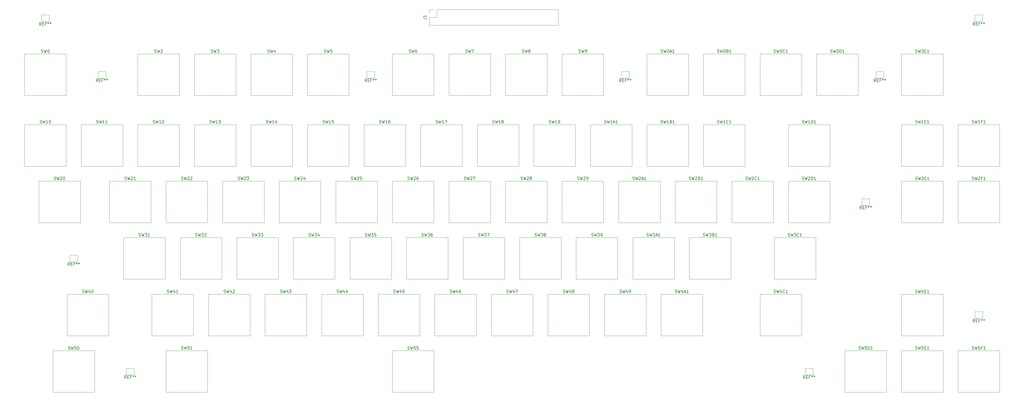
<source format=gbr>
%TF.GenerationSoftware,KiCad,Pcbnew,(5.1.12)-1*%
%TF.CreationDate,2022-05-13T18:30:43+02:00*%
%TF.ProjectId,Keyboard,4b657962-6f61-4726-942e-6b696361645f,rev?*%
%TF.SameCoordinates,Original*%
%TF.FileFunction,Legend,Top*%
%TF.FilePolarity,Positive*%
%FSLAX46Y46*%
G04 Gerber Fmt 4.6, Leading zero omitted, Abs format (unit mm)*
G04 Created by KiCad (PCBNEW (5.1.12)-1) date 2022-05-13 18:30:43*
%MOMM*%
%LPD*%
G01*
G04 APERTURE LIST*
%ADD10C,0.120000*%
%ADD11C,0.150000*%
G04 APERTURE END LIST*
D10*
%TO.C,REF\u002A\u002A*%
X139050000Y-32150000D02*
X136450000Y-32150000D01*
X139050000Y-34350000D02*
X139050000Y-32150000D01*
X136450000Y-34350000D02*
X139050000Y-34350000D01*
X136450000Y-33850000D02*
X136450000Y-34350000D01*
X136450000Y-32150000D02*
X136450000Y-33850000D01*
X221950000Y-32150000D02*
X221950000Y-33850000D01*
X221950000Y-33850000D02*
X221950000Y-34350000D01*
X221950000Y-34350000D02*
X224550000Y-34350000D01*
X224550000Y-34350000D02*
X224550000Y-32150000D01*
X224550000Y-32150000D02*
X221950000Y-32150000D01*
X340700000Y-13150000D02*
X340700000Y-14850000D01*
X340700000Y-14850000D02*
X340700000Y-15350000D01*
X340700000Y-15350000D02*
X343300000Y-15350000D01*
X343300000Y-15350000D02*
X343300000Y-13150000D01*
X343300000Y-13150000D02*
X340700000Y-13150000D01*
X29800000Y-13150000D02*
X27200000Y-13150000D01*
X29800000Y-15350000D02*
X29800000Y-13150000D01*
X27200000Y-15350000D02*
X29800000Y-15350000D01*
X27200000Y-14850000D02*
X27200000Y-15350000D01*
X27200000Y-13150000D02*
X27200000Y-14850000D01*
X36700000Y-93900000D02*
X36700000Y-95600000D01*
X36700000Y-95600000D02*
X36700000Y-96100000D01*
X36700000Y-96100000D02*
X39300000Y-96100000D01*
X39300000Y-96100000D02*
X39300000Y-93900000D01*
X39300000Y-93900000D02*
X36700000Y-93900000D01*
X58300000Y-131900000D02*
X55700000Y-131900000D01*
X58300000Y-134100000D02*
X58300000Y-131900000D01*
X55700000Y-134100000D02*
X58300000Y-134100000D01*
X55700000Y-133600000D02*
X55700000Y-134100000D01*
X55700000Y-131900000D02*
X55700000Y-133600000D01*
X283700000Y-131900000D02*
X283700000Y-133600000D01*
X283700000Y-133600000D02*
X283700000Y-134100000D01*
X283700000Y-134100000D02*
X286300000Y-134100000D01*
X286300000Y-134100000D02*
X286300000Y-131900000D01*
X286300000Y-131900000D02*
X283700000Y-131900000D01*
X343300000Y-112900000D02*
X340700000Y-112900000D01*
X343300000Y-115100000D02*
X343300000Y-112900000D01*
X340700000Y-115100000D02*
X343300000Y-115100000D01*
X340700000Y-114600000D02*
X340700000Y-115100000D01*
X340700000Y-112900000D02*
X340700000Y-114600000D01*
X302700000Y-74900000D02*
X302700000Y-76600000D01*
X302700000Y-76600000D02*
X302700000Y-77100000D01*
X302700000Y-77100000D02*
X305300000Y-77100000D01*
X305300000Y-77100000D02*
X305300000Y-74900000D01*
X305300000Y-74900000D02*
X302700000Y-74900000D01*
X310050000Y-32150000D02*
X307450000Y-32150000D01*
X310050000Y-34350000D02*
X310050000Y-32150000D01*
X307450000Y-34350000D02*
X310050000Y-34350000D01*
X307450000Y-33850000D02*
X307450000Y-34350000D01*
X307450000Y-32150000D02*
X307450000Y-33850000D01*
X46200000Y-32150000D02*
X46200000Y-33850000D01*
X46200000Y-33850000D02*
X46200000Y-34350000D01*
X46200000Y-34350000D02*
X48800000Y-34350000D01*
X48800000Y-34350000D02*
X48800000Y-32150000D01*
X48800000Y-32150000D02*
X46200000Y-32150000D01*
%TO.C,SW29*%
X202015000Y-69015000D02*
X215985000Y-69015000D01*
X215985000Y-69015000D02*
X215985000Y-82985000D01*
X215985000Y-82985000D02*
X202015000Y-82985000D01*
X202015000Y-82985000D02*
X202015000Y-69015000D01*
%TO.C,SW1E1*%
X316015000Y-50015000D02*
X329985000Y-50015000D01*
X329985000Y-50015000D02*
X329985000Y-63985000D01*
X329985000Y-63985000D02*
X316015000Y-63985000D01*
X316015000Y-63985000D02*
X316015000Y-50015000D01*
%TO.C,SW42*%
X83265000Y-107015000D02*
X97235000Y-107015000D01*
X97235000Y-107015000D02*
X97235000Y-120985000D01*
X97235000Y-120985000D02*
X83265000Y-120985000D01*
X83265000Y-120985000D02*
X83265000Y-107015000D01*
%TO.C,SW43*%
X102265000Y-107015000D02*
X116235000Y-107015000D01*
X116235000Y-107015000D02*
X116235000Y-120985000D01*
X116235000Y-120985000D02*
X102265000Y-120985000D01*
X102265000Y-120985000D02*
X102265000Y-107015000D01*
%TO.C,SW4C1*%
X268515000Y-120985000D02*
X268515000Y-107015000D01*
X282485000Y-120985000D02*
X268515000Y-120985000D01*
X282485000Y-107015000D02*
X282485000Y-120985000D01*
X268515000Y-107015000D02*
X282485000Y-107015000D01*
%TO.C,SW0D1*%
X287515000Y-40235000D02*
X287515000Y-26265000D01*
X301485000Y-40235000D02*
X287515000Y-40235000D01*
X301485000Y-26265000D02*
X301485000Y-40235000D01*
X287515000Y-26265000D02*
X301485000Y-26265000D01*
%TO.C,SW0C1*%
X268515000Y-40235000D02*
X268515000Y-26265000D01*
X282485000Y-40235000D02*
X268515000Y-40235000D01*
X282485000Y-26265000D02*
X282485000Y-40235000D01*
X268515000Y-26265000D02*
X282485000Y-26265000D01*
%TO.C,SW0B1*%
X249515000Y-40235000D02*
X249515000Y-26265000D01*
X263485000Y-40235000D02*
X249515000Y-40235000D01*
X263485000Y-26265000D02*
X263485000Y-40235000D01*
X249515000Y-26265000D02*
X263485000Y-26265000D01*
%TO.C,SW0A1*%
X230515000Y-40235000D02*
X230515000Y-26265000D01*
X244485000Y-40235000D02*
X230515000Y-40235000D01*
X244485000Y-26265000D02*
X244485000Y-40235000D01*
X230515000Y-26265000D02*
X244485000Y-26265000D01*
%TO.C,SW9*%
X202015000Y-40235000D02*
X202015000Y-26265000D01*
X215985000Y-40235000D02*
X202015000Y-40235000D01*
X215985000Y-26265000D02*
X215985000Y-40235000D01*
X202015000Y-26265000D02*
X215985000Y-26265000D01*
%TO.C,SW8*%
X183015000Y-40235000D02*
X183015000Y-26265000D01*
X196985000Y-40235000D02*
X183015000Y-40235000D01*
X196985000Y-26265000D02*
X196985000Y-40235000D01*
X183015000Y-26265000D02*
X196985000Y-26265000D01*
%TO.C,SW7*%
X164015000Y-40235000D02*
X164015000Y-26265000D01*
X177985000Y-40235000D02*
X164015000Y-40235000D01*
X177985000Y-26265000D02*
X177985000Y-40235000D01*
X164015000Y-26265000D02*
X177985000Y-26265000D01*
%TO.C,SW6*%
X145015000Y-40235000D02*
X145015000Y-26265000D01*
X158985000Y-40235000D02*
X145015000Y-40235000D01*
X158985000Y-26265000D02*
X158985000Y-40235000D01*
X145015000Y-26265000D02*
X158985000Y-26265000D01*
%TO.C,SW5*%
X116515000Y-40235000D02*
X116515000Y-26265000D01*
X130485000Y-40235000D02*
X116515000Y-40235000D01*
X130485000Y-26265000D02*
X130485000Y-40235000D01*
X116515000Y-26265000D02*
X130485000Y-26265000D01*
%TO.C,SW4*%
X97515000Y-40235000D02*
X97515000Y-26265000D01*
X111485000Y-40235000D02*
X97515000Y-40235000D01*
X111485000Y-26265000D02*
X111485000Y-40235000D01*
X97515000Y-26265000D02*
X111485000Y-26265000D01*
%TO.C,SW3*%
X78515000Y-40235000D02*
X78515000Y-26265000D01*
X92485000Y-40235000D02*
X78515000Y-40235000D01*
X92485000Y-26265000D02*
X92485000Y-40235000D01*
X78515000Y-26265000D02*
X92485000Y-26265000D01*
%TO.C,SW2*%
X59515000Y-40235000D02*
X59515000Y-26265000D01*
X73485000Y-40235000D02*
X59515000Y-40235000D01*
X73485000Y-26265000D02*
X73485000Y-40235000D01*
X59515000Y-26265000D02*
X73485000Y-26265000D01*
%TO.C,J1*%
X157420000Y-12700000D02*
X157420000Y-11370000D01*
X157420000Y-11370000D02*
X158750000Y-11370000D01*
X157420000Y-13970000D02*
X160020000Y-13970000D01*
X160020000Y-13970000D02*
X160020000Y-11370000D01*
X160020000Y-11370000D02*
X200720000Y-11370000D01*
X200720000Y-16570000D02*
X200720000Y-11370000D01*
X157420000Y-16570000D02*
X200720000Y-16570000D01*
X157420000Y-16570000D02*
X157420000Y-13970000D01*
%TO.C,SW2F1*%
X335015000Y-69015000D02*
X348985000Y-69015000D01*
X348985000Y-69015000D02*
X348985000Y-82985000D01*
X348985000Y-82985000D02*
X335015000Y-82985000D01*
X335015000Y-82985000D02*
X335015000Y-69015000D01*
%TO.C,SW1F1*%
X335015000Y-50015000D02*
X348985000Y-50015000D01*
X348985000Y-50015000D02*
X348985000Y-63985000D01*
X348985000Y-63985000D02*
X335015000Y-63985000D01*
X335015000Y-63985000D02*
X335015000Y-50015000D01*
%TO.C,SW2E1*%
X316015000Y-69015000D02*
X329985000Y-69015000D01*
X329985000Y-69015000D02*
X329985000Y-82985000D01*
X329985000Y-82985000D02*
X316015000Y-82985000D01*
X316015000Y-82985000D02*
X316015000Y-69015000D01*
%TO.C,SW5F1*%
X335015000Y-126015000D02*
X348985000Y-126015000D01*
X348985000Y-126015000D02*
X348985000Y-139985000D01*
X348985000Y-139985000D02*
X335015000Y-139985000D01*
X335015000Y-139985000D02*
X335015000Y-126015000D01*
%TO.C,SW4E1*%
X316015000Y-107015000D02*
X329985000Y-107015000D01*
X329985000Y-107015000D02*
X329985000Y-120985000D01*
X329985000Y-120985000D02*
X316015000Y-120985000D01*
X316015000Y-120985000D02*
X316015000Y-107015000D01*
%TO.C,SW3E1*%
X316015000Y-26265000D02*
X329985000Y-26265000D01*
X329985000Y-26265000D02*
X329985000Y-40235000D01*
X329985000Y-40235000D02*
X316015000Y-40235000D01*
X316015000Y-40235000D02*
X316015000Y-26265000D01*
%TO.C,SW1D1*%
X278015000Y-50015000D02*
X291985000Y-50015000D01*
X291985000Y-50015000D02*
X291985000Y-63985000D01*
X291985000Y-63985000D02*
X278015000Y-63985000D01*
X278015000Y-63985000D02*
X278015000Y-50015000D01*
%TO.C,SW5E1*%
X316015000Y-126015000D02*
X329985000Y-126015000D01*
X329985000Y-126015000D02*
X329985000Y-139985000D01*
X329985000Y-139985000D02*
X316015000Y-139985000D01*
X316015000Y-139985000D02*
X316015000Y-126015000D01*
%TO.C,SW3C1*%
X273265000Y-88015000D02*
X287235000Y-88015000D01*
X287235000Y-88015000D02*
X287235000Y-101985000D01*
X287235000Y-101985000D02*
X273265000Y-101985000D01*
X273265000Y-101985000D02*
X273265000Y-88015000D01*
%TO.C,SW2D1*%
X278015000Y-69015000D02*
X291985000Y-69015000D01*
X291985000Y-69015000D02*
X291985000Y-82985000D01*
X291985000Y-82985000D02*
X278015000Y-82985000D01*
X278015000Y-82985000D02*
X278015000Y-69015000D01*
%TO.C,SW1C1*%
X249515000Y-50015000D02*
X263485000Y-50015000D01*
X263485000Y-50015000D02*
X263485000Y-63985000D01*
X263485000Y-63985000D02*
X249515000Y-63985000D01*
X249515000Y-63985000D02*
X249515000Y-50015000D01*
%TO.C,SW5D1*%
X297015000Y-126015000D02*
X310985000Y-126015000D01*
X310985000Y-126015000D02*
X310985000Y-139985000D01*
X310985000Y-139985000D02*
X297015000Y-139985000D01*
X297015000Y-139985000D02*
X297015000Y-126015000D01*
%TO.C,SW3B1*%
X244765000Y-88015000D02*
X258735000Y-88015000D01*
X258735000Y-88015000D02*
X258735000Y-101985000D01*
X258735000Y-101985000D02*
X244765000Y-101985000D01*
X244765000Y-101985000D02*
X244765000Y-88015000D01*
%TO.C,SW2C1*%
X259015000Y-69015000D02*
X272985000Y-69015000D01*
X272985000Y-69015000D02*
X272985000Y-82985000D01*
X272985000Y-82985000D02*
X259015000Y-82985000D01*
X259015000Y-82985000D02*
X259015000Y-69015000D01*
%TO.C,SW1B1*%
X230515000Y-50015000D02*
X244485000Y-50015000D01*
X244485000Y-50015000D02*
X244485000Y-63985000D01*
X244485000Y-63985000D02*
X230515000Y-63985000D01*
X230515000Y-63985000D02*
X230515000Y-50015000D01*
%TO.C,SW4A1*%
X235265000Y-107015000D02*
X249235000Y-107015000D01*
X249235000Y-107015000D02*
X249235000Y-120985000D01*
X249235000Y-120985000D02*
X235265000Y-120985000D01*
X235265000Y-120985000D02*
X235265000Y-107015000D01*
%TO.C,SW3A1*%
X225765000Y-88015000D02*
X239735000Y-88015000D01*
X239735000Y-88015000D02*
X239735000Y-101985000D01*
X239735000Y-101985000D02*
X225765000Y-101985000D01*
X225765000Y-101985000D02*
X225765000Y-88015000D01*
%TO.C,SW2B1*%
X240015000Y-69015000D02*
X253985000Y-69015000D01*
X253985000Y-69015000D02*
X253985000Y-82985000D01*
X253985000Y-82985000D02*
X240015000Y-82985000D01*
X240015000Y-82985000D02*
X240015000Y-69015000D01*
%TO.C,SW1A1*%
X211515000Y-50015000D02*
X225485000Y-50015000D01*
X225485000Y-50015000D02*
X225485000Y-63985000D01*
X225485000Y-63985000D02*
X211515000Y-63985000D01*
X211515000Y-63985000D02*
X211515000Y-50015000D01*
%TO.C,SW49*%
X216265000Y-107015000D02*
X230235000Y-107015000D01*
X230235000Y-107015000D02*
X230235000Y-120985000D01*
X230235000Y-120985000D02*
X216265000Y-120985000D01*
X216265000Y-120985000D02*
X216265000Y-107015000D01*
%TO.C,SW39*%
X206765000Y-88015000D02*
X220735000Y-88015000D01*
X220735000Y-88015000D02*
X220735000Y-101985000D01*
X220735000Y-101985000D02*
X206765000Y-101985000D01*
X206765000Y-101985000D02*
X206765000Y-88015000D01*
%TO.C,SW2A1*%
X221015000Y-69015000D02*
X234985000Y-69015000D01*
X234985000Y-69015000D02*
X234985000Y-82985000D01*
X234985000Y-82985000D02*
X221015000Y-82985000D01*
X221015000Y-82985000D02*
X221015000Y-69015000D01*
%TO.C,SW19*%
X192515000Y-50015000D02*
X206485000Y-50015000D01*
X206485000Y-50015000D02*
X206485000Y-63985000D01*
X206485000Y-63985000D02*
X192515000Y-63985000D01*
X192515000Y-63985000D02*
X192515000Y-50015000D01*
%TO.C,SW48*%
X197265000Y-107015000D02*
X211235000Y-107015000D01*
X211235000Y-107015000D02*
X211235000Y-120985000D01*
X211235000Y-120985000D02*
X197265000Y-120985000D01*
X197265000Y-120985000D02*
X197265000Y-107015000D01*
%TO.C,SW38*%
X187765000Y-88015000D02*
X201735000Y-88015000D01*
X201735000Y-88015000D02*
X201735000Y-101985000D01*
X201735000Y-101985000D02*
X187765000Y-101985000D01*
X187765000Y-101985000D02*
X187765000Y-88015000D01*
%TO.C,SW18*%
X173515000Y-50015000D02*
X187485000Y-50015000D01*
X187485000Y-50015000D02*
X187485000Y-63985000D01*
X187485000Y-63985000D02*
X173515000Y-63985000D01*
X173515000Y-63985000D02*
X173515000Y-50015000D01*
%TO.C,SW47*%
X178265000Y-107015000D02*
X192235000Y-107015000D01*
X192235000Y-107015000D02*
X192235000Y-120985000D01*
X192235000Y-120985000D02*
X178265000Y-120985000D01*
X178265000Y-120985000D02*
X178265000Y-107015000D01*
%TO.C,SW37*%
X168765000Y-88015000D02*
X182735000Y-88015000D01*
X182735000Y-88015000D02*
X182735000Y-101985000D01*
X182735000Y-101985000D02*
X168765000Y-101985000D01*
X168765000Y-101985000D02*
X168765000Y-88015000D01*
%TO.C,SW28*%
X183015000Y-69015000D02*
X196985000Y-69015000D01*
X196985000Y-69015000D02*
X196985000Y-82985000D01*
X196985000Y-82985000D02*
X183015000Y-82985000D01*
X183015000Y-82985000D02*
X183015000Y-69015000D01*
%TO.C,SW17*%
X154515000Y-50015000D02*
X168485000Y-50015000D01*
X168485000Y-50015000D02*
X168485000Y-63985000D01*
X168485000Y-63985000D02*
X154515000Y-63985000D01*
X154515000Y-63985000D02*
X154515000Y-50015000D01*
%TO.C,SW46*%
X159265000Y-107015000D02*
X173235000Y-107015000D01*
X173235000Y-107015000D02*
X173235000Y-120985000D01*
X173235000Y-120985000D02*
X159265000Y-120985000D01*
X159265000Y-120985000D02*
X159265000Y-107015000D01*
%TO.C,SW36*%
X149765000Y-88015000D02*
X163735000Y-88015000D01*
X163735000Y-88015000D02*
X163735000Y-101985000D01*
X163735000Y-101985000D02*
X149765000Y-101985000D01*
X149765000Y-101985000D02*
X149765000Y-88015000D01*
%TO.C,SW27*%
X164015000Y-69015000D02*
X177985000Y-69015000D01*
X177985000Y-69015000D02*
X177985000Y-82985000D01*
X177985000Y-82985000D02*
X164015000Y-82985000D01*
X164015000Y-82985000D02*
X164015000Y-69015000D01*
%TO.C,SW16*%
X135515000Y-50015000D02*
X149485000Y-50015000D01*
X149485000Y-50015000D02*
X149485000Y-63985000D01*
X149485000Y-63985000D02*
X135515000Y-63985000D01*
X135515000Y-63985000D02*
X135515000Y-50015000D01*
%TO.C,SW45*%
X140265000Y-107015000D02*
X154235000Y-107015000D01*
X154235000Y-107015000D02*
X154235000Y-120985000D01*
X154235000Y-120985000D02*
X140265000Y-120985000D01*
X140265000Y-120985000D02*
X140265000Y-107015000D01*
%TO.C,SW35*%
X130765000Y-88015000D02*
X144735000Y-88015000D01*
X144735000Y-88015000D02*
X144735000Y-101985000D01*
X144735000Y-101985000D02*
X130765000Y-101985000D01*
X130765000Y-101985000D02*
X130765000Y-88015000D01*
%TO.C,SW26*%
X145015000Y-69015000D02*
X158985000Y-69015000D01*
X158985000Y-69015000D02*
X158985000Y-82985000D01*
X158985000Y-82985000D02*
X145015000Y-82985000D01*
X145015000Y-82985000D02*
X145015000Y-69015000D01*
%TO.C,SW15*%
X116515000Y-50015000D02*
X130485000Y-50015000D01*
X130485000Y-50015000D02*
X130485000Y-63985000D01*
X130485000Y-63985000D02*
X116515000Y-63985000D01*
X116515000Y-63985000D02*
X116515000Y-50015000D01*
%TO.C,SW44*%
X121265000Y-107015000D02*
X135235000Y-107015000D01*
X135235000Y-107015000D02*
X135235000Y-120985000D01*
X135235000Y-120985000D02*
X121265000Y-120985000D01*
X121265000Y-120985000D02*
X121265000Y-107015000D01*
%TO.C,SW34*%
X111765000Y-88015000D02*
X125735000Y-88015000D01*
X125735000Y-88015000D02*
X125735000Y-101985000D01*
X125735000Y-101985000D02*
X111765000Y-101985000D01*
X111765000Y-101985000D02*
X111765000Y-88015000D01*
%TO.C,SW25*%
X126015000Y-69015000D02*
X139985000Y-69015000D01*
X139985000Y-69015000D02*
X139985000Y-82985000D01*
X139985000Y-82985000D02*
X126015000Y-82985000D01*
X126015000Y-82985000D02*
X126015000Y-69015000D01*
%TO.C,SW14*%
X97515000Y-50015000D02*
X111485000Y-50015000D01*
X111485000Y-50015000D02*
X111485000Y-63985000D01*
X111485000Y-63985000D02*
X97515000Y-63985000D01*
X97515000Y-63985000D02*
X97515000Y-50015000D01*
%TO.C,SW33*%
X92765000Y-88015000D02*
X106735000Y-88015000D01*
X106735000Y-88015000D02*
X106735000Y-101985000D01*
X106735000Y-101985000D02*
X92765000Y-101985000D01*
X92765000Y-101985000D02*
X92765000Y-88015000D01*
%TO.C,SW24*%
X107015000Y-69015000D02*
X120985000Y-69015000D01*
X120985000Y-69015000D02*
X120985000Y-82985000D01*
X120985000Y-82985000D02*
X107015000Y-82985000D01*
X107015000Y-82985000D02*
X107015000Y-69015000D01*
%TO.C,SW13*%
X78515000Y-50015000D02*
X92485000Y-50015000D01*
X92485000Y-50015000D02*
X92485000Y-63985000D01*
X92485000Y-63985000D02*
X78515000Y-63985000D01*
X78515000Y-63985000D02*
X78515000Y-50015000D01*
%TO.C,SW32*%
X73765000Y-88015000D02*
X87735000Y-88015000D01*
X87735000Y-88015000D02*
X87735000Y-101985000D01*
X87735000Y-101985000D02*
X73765000Y-101985000D01*
X73765000Y-101985000D02*
X73765000Y-88015000D01*
%TO.C,SW23*%
X88015000Y-69015000D02*
X101985000Y-69015000D01*
X101985000Y-69015000D02*
X101985000Y-82985000D01*
X101985000Y-82985000D02*
X88015000Y-82985000D01*
X88015000Y-82985000D02*
X88015000Y-69015000D01*
%TO.C,SW12*%
X59515000Y-50015000D02*
X73485000Y-50015000D01*
X73485000Y-50015000D02*
X73485000Y-63985000D01*
X73485000Y-63985000D02*
X59515000Y-63985000D01*
X59515000Y-63985000D02*
X59515000Y-50015000D01*
%TO.C,SW41*%
X64265000Y-107015000D02*
X78235000Y-107015000D01*
X78235000Y-107015000D02*
X78235000Y-120985000D01*
X78235000Y-120985000D02*
X64265000Y-120985000D01*
X64265000Y-120985000D02*
X64265000Y-107015000D01*
%TO.C,SW31*%
X54765000Y-88015000D02*
X68735000Y-88015000D01*
X68735000Y-88015000D02*
X68735000Y-101985000D01*
X68735000Y-101985000D02*
X54765000Y-101985000D01*
X54765000Y-101985000D02*
X54765000Y-88015000D01*
%TO.C,SW22*%
X69015000Y-69015000D02*
X82985000Y-69015000D01*
X82985000Y-69015000D02*
X82985000Y-82985000D01*
X82985000Y-82985000D02*
X69015000Y-82985000D01*
X69015000Y-82985000D02*
X69015000Y-69015000D01*
%TO.C,SW11*%
X40515000Y-50015000D02*
X54485000Y-50015000D01*
X54485000Y-50015000D02*
X54485000Y-63985000D01*
X54485000Y-63985000D02*
X40515000Y-63985000D01*
X40515000Y-63985000D02*
X40515000Y-50015000D01*
%TO.C,SW55*%
X145015000Y-126015000D02*
X158985000Y-126015000D01*
X158985000Y-126015000D02*
X158985000Y-139985000D01*
X158985000Y-139985000D02*
X145015000Y-139985000D01*
X145015000Y-139985000D02*
X145015000Y-126015000D01*
%TO.C,SW40*%
X35765000Y-107015000D02*
X49735000Y-107015000D01*
X49735000Y-107015000D02*
X49735000Y-120985000D01*
X49735000Y-120985000D02*
X35765000Y-120985000D01*
X35765000Y-120985000D02*
X35765000Y-107015000D01*
%TO.C,SW21*%
X50015000Y-69015000D02*
X63985000Y-69015000D01*
X63985000Y-69015000D02*
X63985000Y-82985000D01*
X63985000Y-82985000D02*
X50015000Y-82985000D01*
X50015000Y-82985000D02*
X50015000Y-69015000D01*
%TO.C,SW10*%
X21515000Y-50015000D02*
X35485000Y-50015000D01*
X35485000Y-50015000D02*
X35485000Y-63985000D01*
X35485000Y-63985000D02*
X21515000Y-63985000D01*
X21515000Y-63985000D02*
X21515000Y-50015000D01*
%TO.C,SW51*%
X69015000Y-126015000D02*
X82985000Y-126015000D01*
X82985000Y-126015000D02*
X82985000Y-139985000D01*
X82985000Y-139985000D02*
X69015000Y-139985000D01*
X69015000Y-139985000D02*
X69015000Y-126015000D01*
%TO.C,SW50*%
X31015000Y-126015000D02*
X44985000Y-126015000D01*
X44985000Y-126015000D02*
X44985000Y-139985000D01*
X44985000Y-139985000D02*
X31015000Y-139985000D01*
X31015000Y-139985000D02*
X31015000Y-126015000D01*
%TO.C,SW20*%
X26265000Y-69015000D02*
X40235000Y-69015000D01*
X40235000Y-69015000D02*
X40235000Y-82985000D01*
X40235000Y-82985000D02*
X26265000Y-82985000D01*
X26265000Y-82985000D02*
X26265000Y-69015000D01*
%TO.C,SW0*%
X21515000Y-26265000D02*
X35485000Y-26265000D01*
X35485000Y-26265000D02*
X35485000Y-40235000D01*
X35485000Y-40235000D02*
X21515000Y-40235000D01*
X21515000Y-40235000D02*
X21515000Y-26265000D01*
%TO.C,REF\u002A\u002A*%
D11*
X136416666Y-35652380D02*
X136083333Y-35176190D01*
X135845238Y-35652380D02*
X135845238Y-34652380D01*
X136226190Y-34652380D01*
X136321428Y-34700000D01*
X136369047Y-34747619D01*
X136416666Y-34842857D01*
X136416666Y-34985714D01*
X136369047Y-35080952D01*
X136321428Y-35128571D01*
X136226190Y-35176190D01*
X135845238Y-35176190D01*
X136845238Y-35128571D02*
X137178571Y-35128571D01*
X137321428Y-35652380D02*
X136845238Y-35652380D01*
X136845238Y-34652380D01*
X137321428Y-34652380D01*
X138083333Y-35128571D02*
X137750000Y-35128571D01*
X137750000Y-35652380D02*
X137750000Y-34652380D01*
X138226190Y-34652380D01*
X138750000Y-34652380D02*
X138750000Y-34890476D01*
X138511904Y-34795238D02*
X138750000Y-34890476D01*
X138988095Y-34795238D01*
X138607142Y-35080952D02*
X138750000Y-34890476D01*
X138892857Y-35080952D01*
X139511904Y-34652380D02*
X139511904Y-34890476D01*
X139273809Y-34795238D02*
X139511904Y-34890476D01*
X139750000Y-34795238D01*
X139369047Y-35080952D02*
X139511904Y-34890476D01*
X139654761Y-35080952D01*
X221916666Y-35652380D02*
X221583333Y-35176190D01*
X221345238Y-35652380D02*
X221345238Y-34652380D01*
X221726190Y-34652380D01*
X221821428Y-34700000D01*
X221869047Y-34747619D01*
X221916666Y-34842857D01*
X221916666Y-34985714D01*
X221869047Y-35080952D01*
X221821428Y-35128571D01*
X221726190Y-35176190D01*
X221345238Y-35176190D01*
X222345238Y-35128571D02*
X222678571Y-35128571D01*
X222821428Y-35652380D02*
X222345238Y-35652380D01*
X222345238Y-34652380D01*
X222821428Y-34652380D01*
X223583333Y-35128571D02*
X223250000Y-35128571D01*
X223250000Y-35652380D02*
X223250000Y-34652380D01*
X223726190Y-34652380D01*
X224250000Y-34652380D02*
X224250000Y-34890476D01*
X224011904Y-34795238D02*
X224250000Y-34890476D01*
X224488095Y-34795238D01*
X224107142Y-35080952D02*
X224250000Y-34890476D01*
X224392857Y-35080952D01*
X225011904Y-34652380D02*
X225011904Y-34890476D01*
X224773809Y-34795238D02*
X225011904Y-34890476D01*
X225250000Y-34795238D01*
X224869047Y-35080952D02*
X225011904Y-34890476D01*
X225154761Y-35080952D01*
X340666666Y-16652380D02*
X340333333Y-16176190D01*
X340095238Y-16652380D02*
X340095238Y-15652380D01*
X340476190Y-15652380D01*
X340571428Y-15700000D01*
X340619047Y-15747619D01*
X340666666Y-15842857D01*
X340666666Y-15985714D01*
X340619047Y-16080952D01*
X340571428Y-16128571D01*
X340476190Y-16176190D01*
X340095238Y-16176190D01*
X341095238Y-16128571D02*
X341428571Y-16128571D01*
X341571428Y-16652380D02*
X341095238Y-16652380D01*
X341095238Y-15652380D01*
X341571428Y-15652380D01*
X342333333Y-16128571D02*
X342000000Y-16128571D01*
X342000000Y-16652380D02*
X342000000Y-15652380D01*
X342476190Y-15652380D01*
X343000000Y-15652380D02*
X343000000Y-15890476D01*
X342761904Y-15795238D02*
X343000000Y-15890476D01*
X343238095Y-15795238D01*
X342857142Y-16080952D02*
X343000000Y-15890476D01*
X343142857Y-16080952D01*
X343761904Y-15652380D02*
X343761904Y-15890476D01*
X343523809Y-15795238D02*
X343761904Y-15890476D01*
X344000000Y-15795238D01*
X343619047Y-16080952D02*
X343761904Y-15890476D01*
X343904761Y-16080952D01*
X27166666Y-16652380D02*
X26833333Y-16176190D01*
X26595238Y-16652380D02*
X26595238Y-15652380D01*
X26976190Y-15652380D01*
X27071428Y-15700000D01*
X27119047Y-15747619D01*
X27166666Y-15842857D01*
X27166666Y-15985714D01*
X27119047Y-16080952D01*
X27071428Y-16128571D01*
X26976190Y-16176190D01*
X26595238Y-16176190D01*
X27595238Y-16128571D02*
X27928571Y-16128571D01*
X28071428Y-16652380D02*
X27595238Y-16652380D01*
X27595238Y-15652380D01*
X28071428Y-15652380D01*
X28833333Y-16128571D02*
X28500000Y-16128571D01*
X28500000Y-16652380D02*
X28500000Y-15652380D01*
X28976190Y-15652380D01*
X29500000Y-15652380D02*
X29500000Y-15890476D01*
X29261904Y-15795238D02*
X29500000Y-15890476D01*
X29738095Y-15795238D01*
X29357142Y-16080952D02*
X29500000Y-15890476D01*
X29642857Y-16080952D01*
X30261904Y-15652380D02*
X30261904Y-15890476D01*
X30023809Y-15795238D02*
X30261904Y-15890476D01*
X30500000Y-15795238D01*
X30119047Y-16080952D02*
X30261904Y-15890476D01*
X30404761Y-16080952D01*
X36666666Y-97402380D02*
X36333333Y-96926190D01*
X36095238Y-97402380D02*
X36095238Y-96402380D01*
X36476190Y-96402380D01*
X36571428Y-96450000D01*
X36619047Y-96497619D01*
X36666666Y-96592857D01*
X36666666Y-96735714D01*
X36619047Y-96830952D01*
X36571428Y-96878571D01*
X36476190Y-96926190D01*
X36095238Y-96926190D01*
X37095238Y-96878571D02*
X37428571Y-96878571D01*
X37571428Y-97402380D02*
X37095238Y-97402380D01*
X37095238Y-96402380D01*
X37571428Y-96402380D01*
X38333333Y-96878571D02*
X38000000Y-96878571D01*
X38000000Y-97402380D02*
X38000000Y-96402380D01*
X38476190Y-96402380D01*
X39000000Y-96402380D02*
X39000000Y-96640476D01*
X38761904Y-96545238D02*
X39000000Y-96640476D01*
X39238095Y-96545238D01*
X38857142Y-96830952D02*
X39000000Y-96640476D01*
X39142857Y-96830952D01*
X39761904Y-96402380D02*
X39761904Y-96640476D01*
X39523809Y-96545238D02*
X39761904Y-96640476D01*
X40000000Y-96545238D01*
X39619047Y-96830952D02*
X39761904Y-96640476D01*
X39904761Y-96830952D01*
X55666666Y-135402380D02*
X55333333Y-134926190D01*
X55095238Y-135402380D02*
X55095238Y-134402380D01*
X55476190Y-134402380D01*
X55571428Y-134450000D01*
X55619047Y-134497619D01*
X55666666Y-134592857D01*
X55666666Y-134735714D01*
X55619047Y-134830952D01*
X55571428Y-134878571D01*
X55476190Y-134926190D01*
X55095238Y-134926190D01*
X56095238Y-134878571D02*
X56428571Y-134878571D01*
X56571428Y-135402380D02*
X56095238Y-135402380D01*
X56095238Y-134402380D01*
X56571428Y-134402380D01*
X57333333Y-134878571D02*
X57000000Y-134878571D01*
X57000000Y-135402380D02*
X57000000Y-134402380D01*
X57476190Y-134402380D01*
X58000000Y-134402380D02*
X58000000Y-134640476D01*
X57761904Y-134545238D02*
X58000000Y-134640476D01*
X58238095Y-134545238D01*
X57857142Y-134830952D02*
X58000000Y-134640476D01*
X58142857Y-134830952D01*
X58761904Y-134402380D02*
X58761904Y-134640476D01*
X58523809Y-134545238D02*
X58761904Y-134640476D01*
X59000000Y-134545238D01*
X58619047Y-134830952D02*
X58761904Y-134640476D01*
X58904761Y-134830952D01*
X283666666Y-135402380D02*
X283333333Y-134926190D01*
X283095238Y-135402380D02*
X283095238Y-134402380D01*
X283476190Y-134402380D01*
X283571428Y-134450000D01*
X283619047Y-134497619D01*
X283666666Y-134592857D01*
X283666666Y-134735714D01*
X283619047Y-134830952D01*
X283571428Y-134878571D01*
X283476190Y-134926190D01*
X283095238Y-134926190D01*
X284095238Y-134878571D02*
X284428571Y-134878571D01*
X284571428Y-135402380D02*
X284095238Y-135402380D01*
X284095238Y-134402380D01*
X284571428Y-134402380D01*
X285333333Y-134878571D02*
X285000000Y-134878571D01*
X285000000Y-135402380D02*
X285000000Y-134402380D01*
X285476190Y-134402380D01*
X286000000Y-134402380D02*
X286000000Y-134640476D01*
X285761904Y-134545238D02*
X286000000Y-134640476D01*
X286238095Y-134545238D01*
X285857142Y-134830952D02*
X286000000Y-134640476D01*
X286142857Y-134830952D01*
X286761904Y-134402380D02*
X286761904Y-134640476D01*
X286523809Y-134545238D02*
X286761904Y-134640476D01*
X287000000Y-134545238D01*
X286619047Y-134830952D02*
X286761904Y-134640476D01*
X286904761Y-134830952D01*
X340666666Y-116402380D02*
X340333333Y-115926190D01*
X340095238Y-116402380D02*
X340095238Y-115402380D01*
X340476190Y-115402380D01*
X340571428Y-115450000D01*
X340619047Y-115497619D01*
X340666666Y-115592857D01*
X340666666Y-115735714D01*
X340619047Y-115830952D01*
X340571428Y-115878571D01*
X340476190Y-115926190D01*
X340095238Y-115926190D01*
X341095238Y-115878571D02*
X341428571Y-115878571D01*
X341571428Y-116402380D02*
X341095238Y-116402380D01*
X341095238Y-115402380D01*
X341571428Y-115402380D01*
X342333333Y-115878571D02*
X342000000Y-115878571D01*
X342000000Y-116402380D02*
X342000000Y-115402380D01*
X342476190Y-115402380D01*
X343000000Y-115402380D02*
X343000000Y-115640476D01*
X342761904Y-115545238D02*
X343000000Y-115640476D01*
X343238095Y-115545238D01*
X342857142Y-115830952D02*
X343000000Y-115640476D01*
X343142857Y-115830952D01*
X343761904Y-115402380D02*
X343761904Y-115640476D01*
X343523809Y-115545238D02*
X343761904Y-115640476D01*
X344000000Y-115545238D01*
X343619047Y-115830952D02*
X343761904Y-115640476D01*
X343904761Y-115830952D01*
X302666666Y-78402380D02*
X302333333Y-77926190D01*
X302095238Y-78402380D02*
X302095238Y-77402380D01*
X302476190Y-77402380D01*
X302571428Y-77450000D01*
X302619047Y-77497619D01*
X302666666Y-77592857D01*
X302666666Y-77735714D01*
X302619047Y-77830952D01*
X302571428Y-77878571D01*
X302476190Y-77926190D01*
X302095238Y-77926190D01*
X303095238Y-77878571D02*
X303428571Y-77878571D01*
X303571428Y-78402380D02*
X303095238Y-78402380D01*
X303095238Y-77402380D01*
X303571428Y-77402380D01*
X304333333Y-77878571D02*
X304000000Y-77878571D01*
X304000000Y-78402380D02*
X304000000Y-77402380D01*
X304476190Y-77402380D01*
X305000000Y-77402380D02*
X305000000Y-77640476D01*
X304761904Y-77545238D02*
X305000000Y-77640476D01*
X305238095Y-77545238D01*
X304857142Y-77830952D02*
X305000000Y-77640476D01*
X305142857Y-77830952D01*
X305761904Y-77402380D02*
X305761904Y-77640476D01*
X305523809Y-77545238D02*
X305761904Y-77640476D01*
X306000000Y-77545238D01*
X305619047Y-77830952D02*
X305761904Y-77640476D01*
X305904761Y-77830952D01*
X307416666Y-35652380D02*
X307083333Y-35176190D01*
X306845238Y-35652380D02*
X306845238Y-34652380D01*
X307226190Y-34652380D01*
X307321428Y-34700000D01*
X307369047Y-34747619D01*
X307416666Y-34842857D01*
X307416666Y-34985714D01*
X307369047Y-35080952D01*
X307321428Y-35128571D01*
X307226190Y-35176190D01*
X306845238Y-35176190D01*
X307845238Y-35128571D02*
X308178571Y-35128571D01*
X308321428Y-35652380D02*
X307845238Y-35652380D01*
X307845238Y-34652380D01*
X308321428Y-34652380D01*
X309083333Y-35128571D02*
X308750000Y-35128571D01*
X308750000Y-35652380D02*
X308750000Y-34652380D01*
X309226190Y-34652380D01*
X309750000Y-34652380D02*
X309750000Y-34890476D01*
X309511904Y-34795238D02*
X309750000Y-34890476D01*
X309988095Y-34795238D01*
X309607142Y-35080952D02*
X309750000Y-34890476D01*
X309892857Y-35080952D01*
X310511904Y-34652380D02*
X310511904Y-34890476D01*
X310273809Y-34795238D02*
X310511904Y-34890476D01*
X310750000Y-34795238D01*
X310369047Y-35080952D02*
X310511904Y-34890476D01*
X310654761Y-35080952D01*
X46166666Y-35652380D02*
X45833333Y-35176190D01*
X45595238Y-35652380D02*
X45595238Y-34652380D01*
X45976190Y-34652380D01*
X46071428Y-34700000D01*
X46119047Y-34747619D01*
X46166666Y-34842857D01*
X46166666Y-34985714D01*
X46119047Y-35080952D01*
X46071428Y-35128571D01*
X45976190Y-35176190D01*
X45595238Y-35176190D01*
X46595238Y-35128571D02*
X46928571Y-35128571D01*
X47071428Y-35652380D02*
X46595238Y-35652380D01*
X46595238Y-34652380D01*
X47071428Y-34652380D01*
X47833333Y-35128571D02*
X47500000Y-35128571D01*
X47500000Y-35652380D02*
X47500000Y-34652380D01*
X47976190Y-34652380D01*
X48500000Y-34652380D02*
X48500000Y-34890476D01*
X48261904Y-34795238D02*
X48500000Y-34890476D01*
X48738095Y-34795238D01*
X48357142Y-35080952D02*
X48500000Y-34890476D01*
X48642857Y-35080952D01*
X49261904Y-34652380D02*
X49261904Y-34890476D01*
X49023809Y-34795238D02*
X49261904Y-34890476D01*
X49500000Y-34795238D01*
X49119047Y-35080952D02*
X49261904Y-34890476D01*
X49404761Y-35080952D01*
%TO.C,SW29*%
X207190476Y-68530761D02*
X207333333Y-68578380D01*
X207571428Y-68578380D01*
X207666666Y-68530761D01*
X207714285Y-68483142D01*
X207761904Y-68387904D01*
X207761904Y-68292666D01*
X207714285Y-68197428D01*
X207666666Y-68149809D01*
X207571428Y-68102190D01*
X207380952Y-68054571D01*
X207285714Y-68006952D01*
X207238095Y-67959333D01*
X207190476Y-67864095D01*
X207190476Y-67768857D01*
X207238095Y-67673619D01*
X207285714Y-67626000D01*
X207380952Y-67578380D01*
X207619047Y-67578380D01*
X207761904Y-67626000D01*
X208095238Y-67578380D02*
X208333333Y-68578380D01*
X208523809Y-67864095D01*
X208714285Y-68578380D01*
X208952380Y-67578380D01*
X209285714Y-67673619D02*
X209333333Y-67626000D01*
X209428571Y-67578380D01*
X209666666Y-67578380D01*
X209761904Y-67626000D01*
X209809523Y-67673619D01*
X209857142Y-67768857D01*
X209857142Y-67864095D01*
X209809523Y-68006952D01*
X209238095Y-68578380D01*
X209857142Y-68578380D01*
X210333333Y-68578380D02*
X210523809Y-68578380D01*
X210619047Y-68530761D01*
X210666666Y-68483142D01*
X210761904Y-68340285D01*
X210809523Y-68149809D01*
X210809523Y-67768857D01*
X210761904Y-67673619D01*
X210714285Y-67626000D01*
X210619047Y-67578380D01*
X210428571Y-67578380D01*
X210333333Y-67626000D01*
X210285714Y-67673619D01*
X210238095Y-67768857D01*
X210238095Y-68006952D01*
X210285714Y-68102190D01*
X210333333Y-68149809D01*
X210428571Y-68197428D01*
X210619047Y-68197428D01*
X210714285Y-68149809D01*
X210761904Y-68102190D01*
X210809523Y-68006952D01*
%TO.C,SW1E1*%
X320738095Y-49530761D02*
X320880952Y-49578380D01*
X321119047Y-49578380D01*
X321214285Y-49530761D01*
X321261904Y-49483142D01*
X321309523Y-49387904D01*
X321309523Y-49292666D01*
X321261904Y-49197428D01*
X321214285Y-49149809D01*
X321119047Y-49102190D01*
X320928571Y-49054571D01*
X320833333Y-49006952D01*
X320785714Y-48959333D01*
X320738095Y-48864095D01*
X320738095Y-48768857D01*
X320785714Y-48673619D01*
X320833333Y-48626000D01*
X320928571Y-48578380D01*
X321166666Y-48578380D01*
X321309523Y-48626000D01*
X321642857Y-48578380D02*
X321880952Y-49578380D01*
X322071428Y-48864095D01*
X322261904Y-49578380D01*
X322500000Y-48578380D01*
X323404761Y-49578380D02*
X322833333Y-49578380D01*
X323119047Y-49578380D02*
X323119047Y-48578380D01*
X323023809Y-48721238D01*
X322928571Y-48816476D01*
X322833333Y-48864095D01*
X323833333Y-49054571D02*
X324166666Y-49054571D01*
X324309523Y-49578380D02*
X323833333Y-49578380D01*
X323833333Y-48578380D01*
X324309523Y-48578380D01*
X325261904Y-49578380D02*
X324690476Y-49578380D01*
X324976190Y-49578380D02*
X324976190Y-48578380D01*
X324880952Y-48721238D01*
X324785714Y-48816476D01*
X324690476Y-48864095D01*
%TO.C,SW42*%
X88440476Y-106530761D02*
X88583333Y-106578380D01*
X88821428Y-106578380D01*
X88916666Y-106530761D01*
X88964285Y-106483142D01*
X89011904Y-106387904D01*
X89011904Y-106292666D01*
X88964285Y-106197428D01*
X88916666Y-106149809D01*
X88821428Y-106102190D01*
X88630952Y-106054571D01*
X88535714Y-106006952D01*
X88488095Y-105959333D01*
X88440476Y-105864095D01*
X88440476Y-105768857D01*
X88488095Y-105673619D01*
X88535714Y-105626000D01*
X88630952Y-105578380D01*
X88869047Y-105578380D01*
X89011904Y-105626000D01*
X89345238Y-105578380D02*
X89583333Y-106578380D01*
X89773809Y-105864095D01*
X89964285Y-106578380D01*
X90202380Y-105578380D01*
X91011904Y-105911714D02*
X91011904Y-106578380D01*
X90773809Y-105530761D02*
X90535714Y-106245047D01*
X91154761Y-106245047D01*
X91488095Y-105673619D02*
X91535714Y-105626000D01*
X91630952Y-105578380D01*
X91869047Y-105578380D01*
X91964285Y-105626000D01*
X92011904Y-105673619D01*
X92059523Y-105768857D01*
X92059523Y-105864095D01*
X92011904Y-106006952D01*
X91440476Y-106578380D01*
X92059523Y-106578380D01*
%TO.C,SW43*%
X107440476Y-106530761D02*
X107583333Y-106578380D01*
X107821428Y-106578380D01*
X107916666Y-106530761D01*
X107964285Y-106483142D01*
X108011904Y-106387904D01*
X108011904Y-106292666D01*
X107964285Y-106197428D01*
X107916666Y-106149809D01*
X107821428Y-106102190D01*
X107630952Y-106054571D01*
X107535714Y-106006952D01*
X107488095Y-105959333D01*
X107440476Y-105864095D01*
X107440476Y-105768857D01*
X107488095Y-105673619D01*
X107535714Y-105626000D01*
X107630952Y-105578380D01*
X107869047Y-105578380D01*
X108011904Y-105626000D01*
X108345238Y-105578380D02*
X108583333Y-106578380D01*
X108773809Y-105864095D01*
X108964285Y-106578380D01*
X109202380Y-105578380D01*
X110011904Y-105911714D02*
X110011904Y-106578380D01*
X109773809Y-105530761D02*
X109535714Y-106245047D01*
X110154761Y-106245047D01*
X110440476Y-105578380D02*
X111059523Y-105578380D01*
X110726190Y-105959333D01*
X110869047Y-105959333D01*
X110964285Y-106006952D01*
X111011904Y-106054571D01*
X111059523Y-106149809D01*
X111059523Y-106387904D01*
X111011904Y-106483142D01*
X110964285Y-106530761D01*
X110869047Y-106578380D01*
X110583333Y-106578380D01*
X110488095Y-106530761D01*
X110440476Y-106483142D01*
%TO.C,SW4C1*%
X273190476Y-106530761D02*
X273333333Y-106578380D01*
X273571428Y-106578380D01*
X273666666Y-106530761D01*
X273714285Y-106483142D01*
X273761904Y-106387904D01*
X273761904Y-106292666D01*
X273714285Y-106197428D01*
X273666666Y-106149809D01*
X273571428Y-106102190D01*
X273380952Y-106054571D01*
X273285714Y-106006952D01*
X273238095Y-105959333D01*
X273190476Y-105864095D01*
X273190476Y-105768857D01*
X273238095Y-105673619D01*
X273285714Y-105626000D01*
X273380952Y-105578380D01*
X273619047Y-105578380D01*
X273761904Y-105626000D01*
X274095238Y-105578380D02*
X274333333Y-106578380D01*
X274523809Y-105864095D01*
X274714285Y-106578380D01*
X274952380Y-105578380D01*
X275761904Y-105911714D02*
X275761904Y-106578380D01*
X275523809Y-105530761D02*
X275285714Y-106245047D01*
X275904761Y-106245047D01*
X276857142Y-106483142D02*
X276809523Y-106530761D01*
X276666666Y-106578380D01*
X276571428Y-106578380D01*
X276428571Y-106530761D01*
X276333333Y-106435523D01*
X276285714Y-106340285D01*
X276238095Y-106149809D01*
X276238095Y-106006952D01*
X276285714Y-105816476D01*
X276333333Y-105721238D01*
X276428571Y-105626000D01*
X276571428Y-105578380D01*
X276666666Y-105578380D01*
X276809523Y-105626000D01*
X276857142Y-105673619D01*
X277809523Y-106578380D02*
X277238095Y-106578380D01*
X277523809Y-106578380D02*
X277523809Y-105578380D01*
X277428571Y-105721238D01*
X277333333Y-105816476D01*
X277238095Y-105864095D01*
%TO.C,SW0D1*%
X292190476Y-25780761D02*
X292333333Y-25828380D01*
X292571428Y-25828380D01*
X292666666Y-25780761D01*
X292714285Y-25733142D01*
X292761904Y-25637904D01*
X292761904Y-25542666D01*
X292714285Y-25447428D01*
X292666666Y-25399809D01*
X292571428Y-25352190D01*
X292380952Y-25304571D01*
X292285714Y-25256952D01*
X292238095Y-25209333D01*
X292190476Y-25114095D01*
X292190476Y-25018857D01*
X292238095Y-24923619D01*
X292285714Y-24876000D01*
X292380952Y-24828380D01*
X292619047Y-24828380D01*
X292761904Y-24876000D01*
X293095238Y-24828380D02*
X293333333Y-25828380D01*
X293523809Y-25114095D01*
X293714285Y-25828380D01*
X293952380Y-24828380D01*
X294523809Y-24828380D02*
X294619047Y-24828380D01*
X294714285Y-24876000D01*
X294761904Y-24923619D01*
X294809523Y-25018857D01*
X294857142Y-25209333D01*
X294857142Y-25447428D01*
X294809523Y-25637904D01*
X294761904Y-25733142D01*
X294714285Y-25780761D01*
X294619047Y-25828380D01*
X294523809Y-25828380D01*
X294428571Y-25780761D01*
X294380952Y-25733142D01*
X294333333Y-25637904D01*
X294285714Y-25447428D01*
X294285714Y-25209333D01*
X294333333Y-25018857D01*
X294380952Y-24923619D01*
X294428571Y-24876000D01*
X294523809Y-24828380D01*
X295285714Y-25828380D02*
X295285714Y-24828380D01*
X295523809Y-24828380D01*
X295666666Y-24876000D01*
X295761904Y-24971238D01*
X295809523Y-25066476D01*
X295857142Y-25256952D01*
X295857142Y-25399809D01*
X295809523Y-25590285D01*
X295761904Y-25685523D01*
X295666666Y-25780761D01*
X295523809Y-25828380D01*
X295285714Y-25828380D01*
X296809523Y-25828380D02*
X296238095Y-25828380D01*
X296523809Y-25828380D02*
X296523809Y-24828380D01*
X296428571Y-24971238D01*
X296333333Y-25066476D01*
X296238095Y-25114095D01*
%TO.C,SW0C1*%
X273190476Y-25780761D02*
X273333333Y-25828380D01*
X273571428Y-25828380D01*
X273666666Y-25780761D01*
X273714285Y-25733142D01*
X273761904Y-25637904D01*
X273761904Y-25542666D01*
X273714285Y-25447428D01*
X273666666Y-25399809D01*
X273571428Y-25352190D01*
X273380952Y-25304571D01*
X273285714Y-25256952D01*
X273238095Y-25209333D01*
X273190476Y-25114095D01*
X273190476Y-25018857D01*
X273238095Y-24923619D01*
X273285714Y-24876000D01*
X273380952Y-24828380D01*
X273619047Y-24828380D01*
X273761904Y-24876000D01*
X274095238Y-24828380D02*
X274333333Y-25828380D01*
X274523809Y-25114095D01*
X274714285Y-25828380D01*
X274952380Y-24828380D01*
X275523809Y-24828380D02*
X275619047Y-24828380D01*
X275714285Y-24876000D01*
X275761904Y-24923619D01*
X275809523Y-25018857D01*
X275857142Y-25209333D01*
X275857142Y-25447428D01*
X275809523Y-25637904D01*
X275761904Y-25733142D01*
X275714285Y-25780761D01*
X275619047Y-25828380D01*
X275523809Y-25828380D01*
X275428571Y-25780761D01*
X275380952Y-25733142D01*
X275333333Y-25637904D01*
X275285714Y-25447428D01*
X275285714Y-25209333D01*
X275333333Y-25018857D01*
X275380952Y-24923619D01*
X275428571Y-24876000D01*
X275523809Y-24828380D01*
X276857142Y-25733142D02*
X276809523Y-25780761D01*
X276666666Y-25828380D01*
X276571428Y-25828380D01*
X276428571Y-25780761D01*
X276333333Y-25685523D01*
X276285714Y-25590285D01*
X276238095Y-25399809D01*
X276238095Y-25256952D01*
X276285714Y-25066476D01*
X276333333Y-24971238D01*
X276428571Y-24876000D01*
X276571428Y-24828380D01*
X276666666Y-24828380D01*
X276809523Y-24876000D01*
X276857142Y-24923619D01*
X277809523Y-25828380D02*
X277238095Y-25828380D01*
X277523809Y-25828380D02*
X277523809Y-24828380D01*
X277428571Y-24971238D01*
X277333333Y-25066476D01*
X277238095Y-25114095D01*
%TO.C,SW0B1*%
X254190476Y-25780761D02*
X254333333Y-25828380D01*
X254571428Y-25828380D01*
X254666666Y-25780761D01*
X254714285Y-25733142D01*
X254761904Y-25637904D01*
X254761904Y-25542666D01*
X254714285Y-25447428D01*
X254666666Y-25399809D01*
X254571428Y-25352190D01*
X254380952Y-25304571D01*
X254285714Y-25256952D01*
X254238095Y-25209333D01*
X254190476Y-25114095D01*
X254190476Y-25018857D01*
X254238095Y-24923619D01*
X254285714Y-24876000D01*
X254380952Y-24828380D01*
X254619047Y-24828380D01*
X254761904Y-24876000D01*
X255095238Y-24828380D02*
X255333333Y-25828380D01*
X255523809Y-25114095D01*
X255714285Y-25828380D01*
X255952380Y-24828380D01*
X256523809Y-24828380D02*
X256619047Y-24828380D01*
X256714285Y-24876000D01*
X256761904Y-24923619D01*
X256809523Y-25018857D01*
X256857142Y-25209333D01*
X256857142Y-25447428D01*
X256809523Y-25637904D01*
X256761904Y-25733142D01*
X256714285Y-25780761D01*
X256619047Y-25828380D01*
X256523809Y-25828380D01*
X256428571Y-25780761D01*
X256380952Y-25733142D01*
X256333333Y-25637904D01*
X256285714Y-25447428D01*
X256285714Y-25209333D01*
X256333333Y-25018857D01*
X256380952Y-24923619D01*
X256428571Y-24876000D01*
X256523809Y-24828380D01*
X257619047Y-25304571D02*
X257761904Y-25352190D01*
X257809523Y-25399809D01*
X257857142Y-25495047D01*
X257857142Y-25637904D01*
X257809523Y-25733142D01*
X257761904Y-25780761D01*
X257666666Y-25828380D01*
X257285714Y-25828380D01*
X257285714Y-24828380D01*
X257619047Y-24828380D01*
X257714285Y-24876000D01*
X257761904Y-24923619D01*
X257809523Y-25018857D01*
X257809523Y-25114095D01*
X257761904Y-25209333D01*
X257714285Y-25256952D01*
X257619047Y-25304571D01*
X257285714Y-25304571D01*
X258809523Y-25828380D02*
X258238095Y-25828380D01*
X258523809Y-25828380D02*
X258523809Y-24828380D01*
X258428571Y-24971238D01*
X258333333Y-25066476D01*
X258238095Y-25114095D01*
%TO.C,SW0A1*%
X235261904Y-25780761D02*
X235404761Y-25828380D01*
X235642857Y-25828380D01*
X235738095Y-25780761D01*
X235785714Y-25733142D01*
X235833333Y-25637904D01*
X235833333Y-25542666D01*
X235785714Y-25447428D01*
X235738095Y-25399809D01*
X235642857Y-25352190D01*
X235452380Y-25304571D01*
X235357142Y-25256952D01*
X235309523Y-25209333D01*
X235261904Y-25114095D01*
X235261904Y-25018857D01*
X235309523Y-24923619D01*
X235357142Y-24876000D01*
X235452380Y-24828380D01*
X235690476Y-24828380D01*
X235833333Y-24876000D01*
X236166666Y-24828380D02*
X236404761Y-25828380D01*
X236595238Y-25114095D01*
X236785714Y-25828380D01*
X237023809Y-24828380D01*
X237595238Y-24828380D02*
X237690476Y-24828380D01*
X237785714Y-24876000D01*
X237833333Y-24923619D01*
X237880952Y-25018857D01*
X237928571Y-25209333D01*
X237928571Y-25447428D01*
X237880952Y-25637904D01*
X237833333Y-25733142D01*
X237785714Y-25780761D01*
X237690476Y-25828380D01*
X237595238Y-25828380D01*
X237500000Y-25780761D01*
X237452380Y-25733142D01*
X237404761Y-25637904D01*
X237357142Y-25447428D01*
X237357142Y-25209333D01*
X237404761Y-25018857D01*
X237452380Y-24923619D01*
X237500000Y-24876000D01*
X237595238Y-24828380D01*
X238309523Y-25542666D02*
X238785714Y-25542666D01*
X238214285Y-25828380D02*
X238547619Y-24828380D01*
X238880952Y-25828380D01*
X239738095Y-25828380D02*
X239166666Y-25828380D01*
X239452380Y-25828380D02*
X239452380Y-24828380D01*
X239357142Y-24971238D01*
X239261904Y-25066476D01*
X239166666Y-25114095D01*
%TO.C,SW9*%
X207666666Y-25780761D02*
X207809523Y-25828380D01*
X208047619Y-25828380D01*
X208142857Y-25780761D01*
X208190476Y-25733142D01*
X208238095Y-25637904D01*
X208238095Y-25542666D01*
X208190476Y-25447428D01*
X208142857Y-25399809D01*
X208047619Y-25352190D01*
X207857142Y-25304571D01*
X207761904Y-25256952D01*
X207714285Y-25209333D01*
X207666666Y-25114095D01*
X207666666Y-25018857D01*
X207714285Y-24923619D01*
X207761904Y-24876000D01*
X207857142Y-24828380D01*
X208095238Y-24828380D01*
X208238095Y-24876000D01*
X208571428Y-24828380D02*
X208809523Y-25828380D01*
X209000000Y-25114095D01*
X209190476Y-25828380D01*
X209428571Y-24828380D01*
X209857142Y-25828380D02*
X210047619Y-25828380D01*
X210142857Y-25780761D01*
X210190476Y-25733142D01*
X210285714Y-25590285D01*
X210333333Y-25399809D01*
X210333333Y-25018857D01*
X210285714Y-24923619D01*
X210238095Y-24876000D01*
X210142857Y-24828380D01*
X209952380Y-24828380D01*
X209857142Y-24876000D01*
X209809523Y-24923619D01*
X209761904Y-25018857D01*
X209761904Y-25256952D01*
X209809523Y-25352190D01*
X209857142Y-25399809D01*
X209952380Y-25447428D01*
X210142857Y-25447428D01*
X210238095Y-25399809D01*
X210285714Y-25352190D01*
X210333333Y-25256952D01*
%TO.C,SW8*%
X188666666Y-25780761D02*
X188809523Y-25828380D01*
X189047619Y-25828380D01*
X189142857Y-25780761D01*
X189190476Y-25733142D01*
X189238095Y-25637904D01*
X189238095Y-25542666D01*
X189190476Y-25447428D01*
X189142857Y-25399809D01*
X189047619Y-25352190D01*
X188857142Y-25304571D01*
X188761904Y-25256952D01*
X188714285Y-25209333D01*
X188666666Y-25114095D01*
X188666666Y-25018857D01*
X188714285Y-24923619D01*
X188761904Y-24876000D01*
X188857142Y-24828380D01*
X189095238Y-24828380D01*
X189238095Y-24876000D01*
X189571428Y-24828380D02*
X189809523Y-25828380D01*
X190000000Y-25114095D01*
X190190476Y-25828380D01*
X190428571Y-24828380D01*
X190952380Y-25256952D02*
X190857142Y-25209333D01*
X190809523Y-25161714D01*
X190761904Y-25066476D01*
X190761904Y-25018857D01*
X190809523Y-24923619D01*
X190857142Y-24876000D01*
X190952380Y-24828380D01*
X191142857Y-24828380D01*
X191238095Y-24876000D01*
X191285714Y-24923619D01*
X191333333Y-25018857D01*
X191333333Y-25066476D01*
X191285714Y-25161714D01*
X191238095Y-25209333D01*
X191142857Y-25256952D01*
X190952380Y-25256952D01*
X190857142Y-25304571D01*
X190809523Y-25352190D01*
X190761904Y-25447428D01*
X190761904Y-25637904D01*
X190809523Y-25733142D01*
X190857142Y-25780761D01*
X190952380Y-25828380D01*
X191142857Y-25828380D01*
X191238095Y-25780761D01*
X191285714Y-25733142D01*
X191333333Y-25637904D01*
X191333333Y-25447428D01*
X191285714Y-25352190D01*
X191238095Y-25304571D01*
X191142857Y-25256952D01*
%TO.C,SW7*%
X169666666Y-25780761D02*
X169809523Y-25828380D01*
X170047619Y-25828380D01*
X170142857Y-25780761D01*
X170190476Y-25733142D01*
X170238095Y-25637904D01*
X170238095Y-25542666D01*
X170190476Y-25447428D01*
X170142857Y-25399809D01*
X170047619Y-25352190D01*
X169857142Y-25304571D01*
X169761904Y-25256952D01*
X169714285Y-25209333D01*
X169666666Y-25114095D01*
X169666666Y-25018857D01*
X169714285Y-24923619D01*
X169761904Y-24876000D01*
X169857142Y-24828380D01*
X170095238Y-24828380D01*
X170238095Y-24876000D01*
X170571428Y-24828380D02*
X170809523Y-25828380D01*
X171000000Y-25114095D01*
X171190476Y-25828380D01*
X171428571Y-24828380D01*
X171714285Y-24828380D02*
X172380952Y-24828380D01*
X171952380Y-25828380D01*
%TO.C,SW6*%
X150666666Y-25780761D02*
X150809523Y-25828380D01*
X151047619Y-25828380D01*
X151142857Y-25780761D01*
X151190476Y-25733142D01*
X151238095Y-25637904D01*
X151238095Y-25542666D01*
X151190476Y-25447428D01*
X151142857Y-25399809D01*
X151047619Y-25352190D01*
X150857142Y-25304571D01*
X150761904Y-25256952D01*
X150714285Y-25209333D01*
X150666666Y-25114095D01*
X150666666Y-25018857D01*
X150714285Y-24923619D01*
X150761904Y-24876000D01*
X150857142Y-24828380D01*
X151095238Y-24828380D01*
X151238095Y-24876000D01*
X151571428Y-24828380D02*
X151809523Y-25828380D01*
X152000000Y-25114095D01*
X152190476Y-25828380D01*
X152428571Y-24828380D01*
X153238095Y-24828380D02*
X153047619Y-24828380D01*
X152952380Y-24876000D01*
X152904761Y-24923619D01*
X152809523Y-25066476D01*
X152761904Y-25256952D01*
X152761904Y-25637904D01*
X152809523Y-25733142D01*
X152857142Y-25780761D01*
X152952380Y-25828380D01*
X153142857Y-25828380D01*
X153238095Y-25780761D01*
X153285714Y-25733142D01*
X153333333Y-25637904D01*
X153333333Y-25399809D01*
X153285714Y-25304571D01*
X153238095Y-25256952D01*
X153142857Y-25209333D01*
X152952380Y-25209333D01*
X152857142Y-25256952D01*
X152809523Y-25304571D01*
X152761904Y-25399809D01*
%TO.C,SW5*%
X122166666Y-25780761D02*
X122309523Y-25828380D01*
X122547619Y-25828380D01*
X122642857Y-25780761D01*
X122690476Y-25733142D01*
X122738095Y-25637904D01*
X122738095Y-25542666D01*
X122690476Y-25447428D01*
X122642857Y-25399809D01*
X122547619Y-25352190D01*
X122357142Y-25304571D01*
X122261904Y-25256952D01*
X122214285Y-25209333D01*
X122166666Y-25114095D01*
X122166666Y-25018857D01*
X122214285Y-24923619D01*
X122261904Y-24876000D01*
X122357142Y-24828380D01*
X122595238Y-24828380D01*
X122738095Y-24876000D01*
X123071428Y-24828380D02*
X123309523Y-25828380D01*
X123500000Y-25114095D01*
X123690476Y-25828380D01*
X123928571Y-24828380D01*
X124785714Y-24828380D02*
X124309523Y-24828380D01*
X124261904Y-25304571D01*
X124309523Y-25256952D01*
X124404761Y-25209333D01*
X124642857Y-25209333D01*
X124738095Y-25256952D01*
X124785714Y-25304571D01*
X124833333Y-25399809D01*
X124833333Y-25637904D01*
X124785714Y-25733142D01*
X124738095Y-25780761D01*
X124642857Y-25828380D01*
X124404761Y-25828380D01*
X124309523Y-25780761D01*
X124261904Y-25733142D01*
%TO.C,SW4*%
X103166666Y-25780761D02*
X103309523Y-25828380D01*
X103547619Y-25828380D01*
X103642857Y-25780761D01*
X103690476Y-25733142D01*
X103738095Y-25637904D01*
X103738095Y-25542666D01*
X103690476Y-25447428D01*
X103642857Y-25399809D01*
X103547619Y-25352190D01*
X103357142Y-25304571D01*
X103261904Y-25256952D01*
X103214285Y-25209333D01*
X103166666Y-25114095D01*
X103166666Y-25018857D01*
X103214285Y-24923619D01*
X103261904Y-24876000D01*
X103357142Y-24828380D01*
X103595238Y-24828380D01*
X103738095Y-24876000D01*
X104071428Y-24828380D02*
X104309523Y-25828380D01*
X104500000Y-25114095D01*
X104690476Y-25828380D01*
X104928571Y-24828380D01*
X105738095Y-25161714D02*
X105738095Y-25828380D01*
X105500000Y-24780761D02*
X105261904Y-25495047D01*
X105880952Y-25495047D01*
%TO.C,SW3*%
X84166666Y-25780761D02*
X84309523Y-25828380D01*
X84547619Y-25828380D01*
X84642857Y-25780761D01*
X84690476Y-25733142D01*
X84738095Y-25637904D01*
X84738095Y-25542666D01*
X84690476Y-25447428D01*
X84642857Y-25399809D01*
X84547619Y-25352190D01*
X84357142Y-25304571D01*
X84261904Y-25256952D01*
X84214285Y-25209333D01*
X84166666Y-25114095D01*
X84166666Y-25018857D01*
X84214285Y-24923619D01*
X84261904Y-24876000D01*
X84357142Y-24828380D01*
X84595238Y-24828380D01*
X84738095Y-24876000D01*
X85071428Y-24828380D02*
X85309523Y-25828380D01*
X85500000Y-25114095D01*
X85690476Y-25828380D01*
X85928571Y-24828380D01*
X86214285Y-24828380D02*
X86833333Y-24828380D01*
X86500000Y-25209333D01*
X86642857Y-25209333D01*
X86738095Y-25256952D01*
X86785714Y-25304571D01*
X86833333Y-25399809D01*
X86833333Y-25637904D01*
X86785714Y-25733142D01*
X86738095Y-25780761D01*
X86642857Y-25828380D01*
X86357142Y-25828380D01*
X86261904Y-25780761D01*
X86214285Y-25733142D01*
%TO.C,SW2*%
X65166666Y-25780761D02*
X65309523Y-25828380D01*
X65547619Y-25828380D01*
X65642857Y-25780761D01*
X65690476Y-25733142D01*
X65738095Y-25637904D01*
X65738095Y-25542666D01*
X65690476Y-25447428D01*
X65642857Y-25399809D01*
X65547619Y-25352190D01*
X65357142Y-25304571D01*
X65261904Y-25256952D01*
X65214285Y-25209333D01*
X65166666Y-25114095D01*
X65166666Y-25018857D01*
X65214285Y-24923619D01*
X65261904Y-24876000D01*
X65357142Y-24828380D01*
X65595238Y-24828380D01*
X65738095Y-24876000D01*
X66071428Y-24828380D02*
X66309523Y-25828380D01*
X66500000Y-25114095D01*
X66690476Y-25828380D01*
X66928571Y-24828380D01*
X67261904Y-24923619D02*
X67309523Y-24876000D01*
X67404761Y-24828380D01*
X67642857Y-24828380D01*
X67738095Y-24876000D01*
X67785714Y-24923619D01*
X67833333Y-25018857D01*
X67833333Y-25114095D01*
X67785714Y-25256952D01*
X67214285Y-25828380D01*
X67833333Y-25828380D01*
%TO.C,J1*%
X155432380Y-14303333D02*
X156146666Y-14303333D01*
X156289523Y-14350952D01*
X156384761Y-14446190D01*
X156432380Y-14589047D01*
X156432380Y-14684285D01*
X156432380Y-13303333D02*
X156432380Y-13874761D01*
X156432380Y-13589047D02*
X155432380Y-13589047D01*
X155575238Y-13684285D01*
X155670476Y-13779523D01*
X155718095Y-13874761D01*
%TO.C,SW2F1*%
X339761904Y-68530761D02*
X339904761Y-68578380D01*
X340142857Y-68578380D01*
X340238095Y-68530761D01*
X340285714Y-68483142D01*
X340333333Y-68387904D01*
X340333333Y-68292666D01*
X340285714Y-68197428D01*
X340238095Y-68149809D01*
X340142857Y-68102190D01*
X339952380Y-68054571D01*
X339857142Y-68006952D01*
X339809523Y-67959333D01*
X339761904Y-67864095D01*
X339761904Y-67768857D01*
X339809523Y-67673619D01*
X339857142Y-67626000D01*
X339952380Y-67578380D01*
X340190476Y-67578380D01*
X340333333Y-67626000D01*
X340666666Y-67578380D02*
X340904761Y-68578380D01*
X341095238Y-67864095D01*
X341285714Y-68578380D01*
X341523809Y-67578380D01*
X341857142Y-67673619D02*
X341904761Y-67626000D01*
X342000000Y-67578380D01*
X342238095Y-67578380D01*
X342333333Y-67626000D01*
X342380952Y-67673619D01*
X342428571Y-67768857D01*
X342428571Y-67864095D01*
X342380952Y-68006952D01*
X341809523Y-68578380D01*
X342428571Y-68578380D01*
X343190476Y-68054571D02*
X342857142Y-68054571D01*
X342857142Y-68578380D02*
X342857142Y-67578380D01*
X343333333Y-67578380D01*
X344238095Y-68578380D02*
X343666666Y-68578380D01*
X343952380Y-68578380D02*
X343952380Y-67578380D01*
X343857142Y-67721238D01*
X343761904Y-67816476D01*
X343666666Y-67864095D01*
%TO.C,SW1F1*%
X339761904Y-49530761D02*
X339904761Y-49578380D01*
X340142857Y-49578380D01*
X340238095Y-49530761D01*
X340285714Y-49483142D01*
X340333333Y-49387904D01*
X340333333Y-49292666D01*
X340285714Y-49197428D01*
X340238095Y-49149809D01*
X340142857Y-49102190D01*
X339952380Y-49054571D01*
X339857142Y-49006952D01*
X339809523Y-48959333D01*
X339761904Y-48864095D01*
X339761904Y-48768857D01*
X339809523Y-48673619D01*
X339857142Y-48626000D01*
X339952380Y-48578380D01*
X340190476Y-48578380D01*
X340333333Y-48626000D01*
X340666666Y-48578380D02*
X340904761Y-49578380D01*
X341095238Y-48864095D01*
X341285714Y-49578380D01*
X341523809Y-48578380D01*
X342428571Y-49578380D02*
X341857142Y-49578380D01*
X342142857Y-49578380D02*
X342142857Y-48578380D01*
X342047619Y-48721238D01*
X341952380Y-48816476D01*
X341857142Y-48864095D01*
X343190476Y-49054571D02*
X342857142Y-49054571D01*
X342857142Y-49578380D02*
X342857142Y-48578380D01*
X343333333Y-48578380D01*
X344238095Y-49578380D02*
X343666666Y-49578380D01*
X343952380Y-49578380D02*
X343952380Y-48578380D01*
X343857142Y-48721238D01*
X343761904Y-48816476D01*
X343666666Y-48864095D01*
%TO.C,SW2E1*%
X320738095Y-68530761D02*
X320880952Y-68578380D01*
X321119047Y-68578380D01*
X321214285Y-68530761D01*
X321261904Y-68483142D01*
X321309523Y-68387904D01*
X321309523Y-68292666D01*
X321261904Y-68197428D01*
X321214285Y-68149809D01*
X321119047Y-68102190D01*
X320928571Y-68054571D01*
X320833333Y-68006952D01*
X320785714Y-67959333D01*
X320738095Y-67864095D01*
X320738095Y-67768857D01*
X320785714Y-67673619D01*
X320833333Y-67626000D01*
X320928571Y-67578380D01*
X321166666Y-67578380D01*
X321309523Y-67626000D01*
X321642857Y-67578380D02*
X321880952Y-68578380D01*
X322071428Y-67864095D01*
X322261904Y-68578380D01*
X322500000Y-67578380D01*
X322833333Y-67673619D02*
X322880952Y-67626000D01*
X322976190Y-67578380D01*
X323214285Y-67578380D01*
X323309523Y-67626000D01*
X323357142Y-67673619D01*
X323404761Y-67768857D01*
X323404761Y-67864095D01*
X323357142Y-68006952D01*
X322785714Y-68578380D01*
X323404761Y-68578380D01*
X323833333Y-68054571D02*
X324166666Y-68054571D01*
X324309523Y-68578380D02*
X323833333Y-68578380D01*
X323833333Y-67578380D01*
X324309523Y-67578380D01*
X325261904Y-68578380D02*
X324690476Y-68578380D01*
X324976190Y-68578380D02*
X324976190Y-67578380D01*
X324880952Y-67721238D01*
X324785714Y-67816476D01*
X324690476Y-67864095D01*
%TO.C,SW5F1*%
X339761904Y-125530761D02*
X339904761Y-125578380D01*
X340142857Y-125578380D01*
X340238095Y-125530761D01*
X340285714Y-125483142D01*
X340333333Y-125387904D01*
X340333333Y-125292666D01*
X340285714Y-125197428D01*
X340238095Y-125149809D01*
X340142857Y-125102190D01*
X339952380Y-125054571D01*
X339857142Y-125006952D01*
X339809523Y-124959333D01*
X339761904Y-124864095D01*
X339761904Y-124768857D01*
X339809523Y-124673619D01*
X339857142Y-124626000D01*
X339952380Y-124578380D01*
X340190476Y-124578380D01*
X340333333Y-124626000D01*
X340666666Y-124578380D02*
X340904761Y-125578380D01*
X341095238Y-124864095D01*
X341285714Y-125578380D01*
X341523809Y-124578380D01*
X342380952Y-124578380D02*
X341904761Y-124578380D01*
X341857142Y-125054571D01*
X341904761Y-125006952D01*
X342000000Y-124959333D01*
X342238095Y-124959333D01*
X342333333Y-125006952D01*
X342380952Y-125054571D01*
X342428571Y-125149809D01*
X342428571Y-125387904D01*
X342380952Y-125483142D01*
X342333333Y-125530761D01*
X342238095Y-125578380D01*
X342000000Y-125578380D01*
X341904761Y-125530761D01*
X341857142Y-125483142D01*
X343190476Y-125054571D02*
X342857142Y-125054571D01*
X342857142Y-125578380D02*
X342857142Y-124578380D01*
X343333333Y-124578380D01*
X344238095Y-125578380D02*
X343666666Y-125578380D01*
X343952380Y-125578380D02*
X343952380Y-124578380D01*
X343857142Y-124721238D01*
X343761904Y-124816476D01*
X343666666Y-124864095D01*
%TO.C,SW4E1*%
X320738095Y-106530761D02*
X320880952Y-106578380D01*
X321119047Y-106578380D01*
X321214285Y-106530761D01*
X321261904Y-106483142D01*
X321309523Y-106387904D01*
X321309523Y-106292666D01*
X321261904Y-106197428D01*
X321214285Y-106149809D01*
X321119047Y-106102190D01*
X320928571Y-106054571D01*
X320833333Y-106006952D01*
X320785714Y-105959333D01*
X320738095Y-105864095D01*
X320738095Y-105768857D01*
X320785714Y-105673619D01*
X320833333Y-105626000D01*
X320928571Y-105578380D01*
X321166666Y-105578380D01*
X321309523Y-105626000D01*
X321642857Y-105578380D02*
X321880952Y-106578380D01*
X322071428Y-105864095D01*
X322261904Y-106578380D01*
X322500000Y-105578380D01*
X323309523Y-105911714D02*
X323309523Y-106578380D01*
X323071428Y-105530761D02*
X322833333Y-106245047D01*
X323452380Y-106245047D01*
X323833333Y-106054571D02*
X324166666Y-106054571D01*
X324309523Y-106578380D02*
X323833333Y-106578380D01*
X323833333Y-105578380D01*
X324309523Y-105578380D01*
X325261904Y-106578380D02*
X324690476Y-106578380D01*
X324976190Y-106578380D02*
X324976190Y-105578380D01*
X324880952Y-105721238D01*
X324785714Y-105816476D01*
X324690476Y-105864095D01*
%TO.C,SW3E1*%
X320738095Y-25780761D02*
X320880952Y-25828380D01*
X321119047Y-25828380D01*
X321214285Y-25780761D01*
X321261904Y-25733142D01*
X321309523Y-25637904D01*
X321309523Y-25542666D01*
X321261904Y-25447428D01*
X321214285Y-25399809D01*
X321119047Y-25352190D01*
X320928571Y-25304571D01*
X320833333Y-25256952D01*
X320785714Y-25209333D01*
X320738095Y-25114095D01*
X320738095Y-25018857D01*
X320785714Y-24923619D01*
X320833333Y-24876000D01*
X320928571Y-24828380D01*
X321166666Y-24828380D01*
X321309523Y-24876000D01*
X321642857Y-24828380D02*
X321880952Y-25828380D01*
X322071428Y-25114095D01*
X322261904Y-25828380D01*
X322500000Y-24828380D01*
X322785714Y-24828380D02*
X323404761Y-24828380D01*
X323071428Y-25209333D01*
X323214285Y-25209333D01*
X323309523Y-25256952D01*
X323357142Y-25304571D01*
X323404761Y-25399809D01*
X323404761Y-25637904D01*
X323357142Y-25733142D01*
X323309523Y-25780761D01*
X323214285Y-25828380D01*
X322928571Y-25828380D01*
X322833333Y-25780761D01*
X322785714Y-25733142D01*
X323833333Y-25304571D02*
X324166666Y-25304571D01*
X324309523Y-25828380D02*
X323833333Y-25828380D01*
X323833333Y-24828380D01*
X324309523Y-24828380D01*
X325261904Y-25828380D02*
X324690476Y-25828380D01*
X324976190Y-25828380D02*
X324976190Y-24828380D01*
X324880952Y-24971238D01*
X324785714Y-25066476D01*
X324690476Y-25114095D01*
%TO.C,SW1D1*%
X282690476Y-49530761D02*
X282833333Y-49578380D01*
X283071428Y-49578380D01*
X283166666Y-49530761D01*
X283214285Y-49483142D01*
X283261904Y-49387904D01*
X283261904Y-49292666D01*
X283214285Y-49197428D01*
X283166666Y-49149809D01*
X283071428Y-49102190D01*
X282880952Y-49054571D01*
X282785714Y-49006952D01*
X282738095Y-48959333D01*
X282690476Y-48864095D01*
X282690476Y-48768857D01*
X282738095Y-48673619D01*
X282785714Y-48626000D01*
X282880952Y-48578380D01*
X283119047Y-48578380D01*
X283261904Y-48626000D01*
X283595238Y-48578380D02*
X283833333Y-49578380D01*
X284023809Y-48864095D01*
X284214285Y-49578380D01*
X284452380Y-48578380D01*
X285357142Y-49578380D02*
X284785714Y-49578380D01*
X285071428Y-49578380D02*
X285071428Y-48578380D01*
X284976190Y-48721238D01*
X284880952Y-48816476D01*
X284785714Y-48864095D01*
X285785714Y-49578380D02*
X285785714Y-48578380D01*
X286023809Y-48578380D01*
X286166666Y-48626000D01*
X286261904Y-48721238D01*
X286309523Y-48816476D01*
X286357142Y-49006952D01*
X286357142Y-49149809D01*
X286309523Y-49340285D01*
X286261904Y-49435523D01*
X286166666Y-49530761D01*
X286023809Y-49578380D01*
X285785714Y-49578380D01*
X287309523Y-49578380D02*
X286738095Y-49578380D01*
X287023809Y-49578380D02*
X287023809Y-48578380D01*
X286928571Y-48721238D01*
X286833333Y-48816476D01*
X286738095Y-48864095D01*
%TO.C,SW5E1*%
X320738095Y-125530761D02*
X320880952Y-125578380D01*
X321119047Y-125578380D01*
X321214285Y-125530761D01*
X321261904Y-125483142D01*
X321309523Y-125387904D01*
X321309523Y-125292666D01*
X321261904Y-125197428D01*
X321214285Y-125149809D01*
X321119047Y-125102190D01*
X320928571Y-125054571D01*
X320833333Y-125006952D01*
X320785714Y-124959333D01*
X320738095Y-124864095D01*
X320738095Y-124768857D01*
X320785714Y-124673619D01*
X320833333Y-124626000D01*
X320928571Y-124578380D01*
X321166666Y-124578380D01*
X321309523Y-124626000D01*
X321642857Y-124578380D02*
X321880952Y-125578380D01*
X322071428Y-124864095D01*
X322261904Y-125578380D01*
X322500000Y-124578380D01*
X323357142Y-124578380D02*
X322880952Y-124578380D01*
X322833333Y-125054571D01*
X322880952Y-125006952D01*
X322976190Y-124959333D01*
X323214285Y-124959333D01*
X323309523Y-125006952D01*
X323357142Y-125054571D01*
X323404761Y-125149809D01*
X323404761Y-125387904D01*
X323357142Y-125483142D01*
X323309523Y-125530761D01*
X323214285Y-125578380D01*
X322976190Y-125578380D01*
X322880952Y-125530761D01*
X322833333Y-125483142D01*
X323833333Y-125054571D02*
X324166666Y-125054571D01*
X324309523Y-125578380D02*
X323833333Y-125578380D01*
X323833333Y-124578380D01*
X324309523Y-124578380D01*
X325261904Y-125578380D02*
X324690476Y-125578380D01*
X324976190Y-125578380D02*
X324976190Y-124578380D01*
X324880952Y-124721238D01*
X324785714Y-124816476D01*
X324690476Y-124864095D01*
%TO.C,SW3C1*%
X277940476Y-87530761D02*
X278083333Y-87578380D01*
X278321428Y-87578380D01*
X278416666Y-87530761D01*
X278464285Y-87483142D01*
X278511904Y-87387904D01*
X278511904Y-87292666D01*
X278464285Y-87197428D01*
X278416666Y-87149809D01*
X278321428Y-87102190D01*
X278130952Y-87054571D01*
X278035714Y-87006952D01*
X277988095Y-86959333D01*
X277940476Y-86864095D01*
X277940476Y-86768857D01*
X277988095Y-86673619D01*
X278035714Y-86626000D01*
X278130952Y-86578380D01*
X278369047Y-86578380D01*
X278511904Y-86626000D01*
X278845238Y-86578380D02*
X279083333Y-87578380D01*
X279273809Y-86864095D01*
X279464285Y-87578380D01*
X279702380Y-86578380D01*
X279988095Y-86578380D02*
X280607142Y-86578380D01*
X280273809Y-86959333D01*
X280416666Y-86959333D01*
X280511904Y-87006952D01*
X280559523Y-87054571D01*
X280607142Y-87149809D01*
X280607142Y-87387904D01*
X280559523Y-87483142D01*
X280511904Y-87530761D01*
X280416666Y-87578380D01*
X280130952Y-87578380D01*
X280035714Y-87530761D01*
X279988095Y-87483142D01*
X281607142Y-87483142D02*
X281559523Y-87530761D01*
X281416666Y-87578380D01*
X281321428Y-87578380D01*
X281178571Y-87530761D01*
X281083333Y-87435523D01*
X281035714Y-87340285D01*
X280988095Y-87149809D01*
X280988095Y-87006952D01*
X281035714Y-86816476D01*
X281083333Y-86721238D01*
X281178571Y-86626000D01*
X281321428Y-86578380D01*
X281416666Y-86578380D01*
X281559523Y-86626000D01*
X281607142Y-86673619D01*
X282559523Y-87578380D02*
X281988095Y-87578380D01*
X282273809Y-87578380D02*
X282273809Y-86578380D01*
X282178571Y-86721238D01*
X282083333Y-86816476D01*
X281988095Y-86864095D01*
%TO.C,SW2D1*%
X282690476Y-68530761D02*
X282833333Y-68578380D01*
X283071428Y-68578380D01*
X283166666Y-68530761D01*
X283214285Y-68483142D01*
X283261904Y-68387904D01*
X283261904Y-68292666D01*
X283214285Y-68197428D01*
X283166666Y-68149809D01*
X283071428Y-68102190D01*
X282880952Y-68054571D01*
X282785714Y-68006952D01*
X282738095Y-67959333D01*
X282690476Y-67864095D01*
X282690476Y-67768857D01*
X282738095Y-67673619D01*
X282785714Y-67626000D01*
X282880952Y-67578380D01*
X283119047Y-67578380D01*
X283261904Y-67626000D01*
X283595238Y-67578380D02*
X283833333Y-68578380D01*
X284023809Y-67864095D01*
X284214285Y-68578380D01*
X284452380Y-67578380D01*
X284785714Y-67673619D02*
X284833333Y-67626000D01*
X284928571Y-67578380D01*
X285166666Y-67578380D01*
X285261904Y-67626000D01*
X285309523Y-67673619D01*
X285357142Y-67768857D01*
X285357142Y-67864095D01*
X285309523Y-68006952D01*
X284738095Y-68578380D01*
X285357142Y-68578380D01*
X285785714Y-68578380D02*
X285785714Y-67578380D01*
X286023809Y-67578380D01*
X286166666Y-67626000D01*
X286261904Y-67721238D01*
X286309523Y-67816476D01*
X286357142Y-68006952D01*
X286357142Y-68149809D01*
X286309523Y-68340285D01*
X286261904Y-68435523D01*
X286166666Y-68530761D01*
X286023809Y-68578380D01*
X285785714Y-68578380D01*
X287309523Y-68578380D02*
X286738095Y-68578380D01*
X287023809Y-68578380D02*
X287023809Y-67578380D01*
X286928571Y-67721238D01*
X286833333Y-67816476D01*
X286738095Y-67864095D01*
%TO.C,SW1C1*%
X254190476Y-49530761D02*
X254333333Y-49578380D01*
X254571428Y-49578380D01*
X254666666Y-49530761D01*
X254714285Y-49483142D01*
X254761904Y-49387904D01*
X254761904Y-49292666D01*
X254714285Y-49197428D01*
X254666666Y-49149809D01*
X254571428Y-49102190D01*
X254380952Y-49054571D01*
X254285714Y-49006952D01*
X254238095Y-48959333D01*
X254190476Y-48864095D01*
X254190476Y-48768857D01*
X254238095Y-48673619D01*
X254285714Y-48626000D01*
X254380952Y-48578380D01*
X254619047Y-48578380D01*
X254761904Y-48626000D01*
X255095238Y-48578380D02*
X255333333Y-49578380D01*
X255523809Y-48864095D01*
X255714285Y-49578380D01*
X255952380Y-48578380D01*
X256857142Y-49578380D02*
X256285714Y-49578380D01*
X256571428Y-49578380D02*
X256571428Y-48578380D01*
X256476190Y-48721238D01*
X256380952Y-48816476D01*
X256285714Y-48864095D01*
X257857142Y-49483142D02*
X257809523Y-49530761D01*
X257666666Y-49578380D01*
X257571428Y-49578380D01*
X257428571Y-49530761D01*
X257333333Y-49435523D01*
X257285714Y-49340285D01*
X257238095Y-49149809D01*
X257238095Y-49006952D01*
X257285714Y-48816476D01*
X257333333Y-48721238D01*
X257428571Y-48626000D01*
X257571428Y-48578380D01*
X257666666Y-48578380D01*
X257809523Y-48626000D01*
X257857142Y-48673619D01*
X258809523Y-49578380D02*
X258238095Y-49578380D01*
X258523809Y-49578380D02*
X258523809Y-48578380D01*
X258428571Y-48721238D01*
X258333333Y-48816476D01*
X258238095Y-48864095D01*
%TO.C,SW5D1*%
X301690476Y-125530761D02*
X301833333Y-125578380D01*
X302071428Y-125578380D01*
X302166666Y-125530761D01*
X302214285Y-125483142D01*
X302261904Y-125387904D01*
X302261904Y-125292666D01*
X302214285Y-125197428D01*
X302166666Y-125149809D01*
X302071428Y-125102190D01*
X301880952Y-125054571D01*
X301785714Y-125006952D01*
X301738095Y-124959333D01*
X301690476Y-124864095D01*
X301690476Y-124768857D01*
X301738095Y-124673619D01*
X301785714Y-124626000D01*
X301880952Y-124578380D01*
X302119047Y-124578380D01*
X302261904Y-124626000D01*
X302595238Y-124578380D02*
X302833333Y-125578380D01*
X303023809Y-124864095D01*
X303214285Y-125578380D01*
X303452380Y-124578380D01*
X304309523Y-124578380D02*
X303833333Y-124578380D01*
X303785714Y-125054571D01*
X303833333Y-125006952D01*
X303928571Y-124959333D01*
X304166666Y-124959333D01*
X304261904Y-125006952D01*
X304309523Y-125054571D01*
X304357142Y-125149809D01*
X304357142Y-125387904D01*
X304309523Y-125483142D01*
X304261904Y-125530761D01*
X304166666Y-125578380D01*
X303928571Y-125578380D01*
X303833333Y-125530761D01*
X303785714Y-125483142D01*
X304785714Y-125578380D02*
X304785714Y-124578380D01*
X305023809Y-124578380D01*
X305166666Y-124626000D01*
X305261904Y-124721238D01*
X305309523Y-124816476D01*
X305357142Y-125006952D01*
X305357142Y-125149809D01*
X305309523Y-125340285D01*
X305261904Y-125435523D01*
X305166666Y-125530761D01*
X305023809Y-125578380D01*
X304785714Y-125578380D01*
X306309523Y-125578380D02*
X305738095Y-125578380D01*
X306023809Y-125578380D02*
X306023809Y-124578380D01*
X305928571Y-124721238D01*
X305833333Y-124816476D01*
X305738095Y-124864095D01*
%TO.C,SW3B1*%
X249440476Y-87530761D02*
X249583333Y-87578380D01*
X249821428Y-87578380D01*
X249916666Y-87530761D01*
X249964285Y-87483142D01*
X250011904Y-87387904D01*
X250011904Y-87292666D01*
X249964285Y-87197428D01*
X249916666Y-87149809D01*
X249821428Y-87102190D01*
X249630952Y-87054571D01*
X249535714Y-87006952D01*
X249488095Y-86959333D01*
X249440476Y-86864095D01*
X249440476Y-86768857D01*
X249488095Y-86673619D01*
X249535714Y-86626000D01*
X249630952Y-86578380D01*
X249869047Y-86578380D01*
X250011904Y-86626000D01*
X250345238Y-86578380D02*
X250583333Y-87578380D01*
X250773809Y-86864095D01*
X250964285Y-87578380D01*
X251202380Y-86578380D01*
X251488095Y-86578380D02*
X252107142Y-86578380D01*
X251773809Y-86959333D01*
X251916666Y-86959333D01*
X252011904Y-87006952D01*
X252059523Y-87054571D01*
X252107142Y-87149809D01*
X252107142Y-87387904D01*
X252059523Y-87483142D01*
X252011904Y-87530761D01*
X251916666Y-87578380D01*
X251630952Y-87578380D01*
X251535714Y-87530761D01*
X251488095Y-87483142D01*
X252869047Y-87054571D02*
X253011904Y-87102190D01*
X253059523Y-87149809D01*
X253107142Y-87245047D01*
X253107142Y-87387904D01*
X253059523Y-87483142D01*
X253011904Y-87530761D01*
X252916666Y-87578380D01*
X252535714Y-87578380D01*
X252535714Y-86578380D01*
X252869047Y-86578380D01*
X252964285Y-86626000D01*
X253011904Y-86673619D01*
X253059523Y-86768857D01*
X253059523Y-86864095D01*
X253011904Y-86959333D01*
X252964285Y-87006952D01*
X252869047Y-87054571D01*
X252535714Y-87054571D01*
X254059523Y-87578380D02*
X253488095Y-87578380D01*
X253773809Y-87578380D02*
X253773809Y-86578380D01*
X253678571Y-86721238D01*
X253583333Y-86816476D01*
X253488095Y-86864095D01*
%TO.C,SW2C1*%
X263690476Y-68530761D02*
X263833333Y-68578380D01*
X264071428Y-68578380D01*
X264166666Y-68530761D01*
X264214285Y-68483142D01*
X264261904Y-68387904D01*
X264261904Y-68292666D01*
X264214285Y-68197428D01*
X264166666Y-68149809D01*
X264071428Y-68102190D01*
X263880952Y-68054571D01*
X263785714Y-68006952D01*
X263738095Y-67959333D01*
X263690476Y-67864095D01*
X263690476Y-67768857D01*
X263738095Y-67673619D01*
X263785714Y-67626000D01*
X263880952Y-67578380D01*
X264119047Y-67578380D01*
X264261904Y-67626000D01*
X264595238Y-67578380D02*
X264833333Y-68578380D01*
X265023809Y-67864095D01*
X265214285Y-68578380D01*
X265452380Y-67578380D01*
X265785714Y-67673619D02*
X265833333Y-67626000D01*
X265928571Y-67578380D01*
X266166666Y-67578380D01*
X266261904Y-67626000D01*
X266309523Y-67673619D01*
X266357142Y-67768857D01*
X266357142Y-67864095D01*
X266309523Y-68006952D01*
X265738095Y-68578380D01*
X266357142Y-68578380D01*
X267357142Y-68483142D02*
X267309523Y-68530761D01*
X267166666Y-68578380D01*
X267071428Y-68578380D01*
X266928571Y-68530761D01*
X266833333Y-68435523D01*
X266785714Y-68340285D01*
X266738095Y-68149809D01*
X266738095Y-68006952D01*
X266785714Y-67816476D01*
X266833333Y-67721238D01*
X266928571Y-67626000D01*
X267071428Y-67578380D01*
X267166666Y-67578380D01*
X267309523Y-67626000D01*
X267357142Y-67673619D01*
X268309523Y-68578380D02*
X267738095Y-68578380D01*
X268023809Y-68578380D02*
X268023809Y-67578380D01*
X267928571Y-67721238D01*
X267833333Y-67816476D01*
X267738095Y-67864095D01*
%TO.C,SW1B1*%
X235190476Y-49530761D02*
X235333333Y-49578380D01*
X235571428Y-49578380D01*
X235666666Y-49530761D01*
X235714285Y-49483142D01*
X235761904Y-49387904D01*
X235761904Y-49292666D01*
X235714285Y-49197428D01*
X235666666Y-49149809D01*
X235571428Y-49102190D01*
X235380952Y-49054571D01*
X235285714Y-49006952D01*
X235238095Y-48959333D01*
X235190476Y-48864095D01*
X235190476Y-48768857D01*
X235238095Y-48673619D01*
X235285714Y-48626000D01*
X235380952Y-48578380D01*
X235619047Y-48578380D01*
X235761904Y-48626000D01*
X236095238Y-48578380D02*
X236333333Y-49578380D01*
X236523809Y-48864095D01*
X236714285Y-49578380D01*
X236952380Y-48578380D01*
X237857142Y-49578380D02*
X237285714Y-49578380D01*
X237571428Y-49578380D02*
X237571428Y-48578380D01*
X237476190Y-48721238D01*
X237380952Y-48816476D01*
X237285714Y-48864095D01*
X238619047Y-49054571D02*
X238761904Y-49102190D01*
X238809523Y-49149809D01*
X238857142Y-49245047D01*
X238857142Y-49387904D01*
X238809523Y-49483142D01*
X238761904Y-49530761D01*
X238666666Y-49578380D01*
X238285714Y-49578380D01*
X238285714Y-48578380D01*
X238619047Y-48578380D01*
X238714285Y-48626000D01*
X238761904Y-48673619D01*
X238809523Y-48768857D01*
X238809523Y-48864095D01*
X238761904Y-48959333D01*
X238714285Y-49006952D01*
X238619047Y-49054571D01*
X238285714Y-49054571D01*
X239809523Y-49578380D02*
X239238095Y-49578380D01*
X239523809Y-49578380D02*
X239523809Y-48578380D01*
X239428571Y-48721238D01*
X239333333Y-48816476D01*
X239238095Y-48864095D01*
%TO.C,SW4A1*%
X240011904Y-106530761D02*
X240154761Y-106578380D01*
X240392857Y-106578380D01*
X240488095Y-106530761D01*
X240535714Y-106483142D01*
X240583333Y-106387904D01*
X240583333Y-106292666D01*
X240535714Y-106197428D01*
X240488095Y-106149809D01*
X240392857Y-106102190D01*
X240202380Y-106054571D01*
X240107142Y-106006952D01*
X240059523Y-105959333D01*
X240011904Y-105864095D01*
X240011904Y-105768857D01*
X240059523Y-105673619D01*
X240107142Y-105626000D01*
X240202380Y-105578380D01*
X240440476Y-105578380D01*
X240583333Y-105626000D01*
X240916666Y-105578380D02*
X241154761Y-106578380D01*
X241345238Y-105864095D01*
X241535714Y-106578380D01*
X241773809Y-105578380D01*
X242583333Y-105911714D02*
X242583333Y-106578380D01*
X242345238Y-105530761D02*
X242107142Y-106245047D01*
X242726190Y-106245047D01*
X243059523Y-106292666D02*
X243535714Y-106292666D01*
X242964285Y-106578380D02*
X243297619Y-105578380D01*
X243630952Y-106578380D01*
X244488095Y-106578380D02*
X243916666Y-106578380D01*
X244202380Y-106578380D02*
X244202380Y-105578380D01*
X244107142Y-105721238D01*
X244011904Y-105816476D01*
X243916666Y-105864095D01*
%TO.C,SW3A1*%
X230511904Y-87530761D02*
X230654761Y-87578380D01*
X230892857Y-87578380D01*
X230988095Y-87530761D01*
X231035714Y-87483142D01*
X231083333Y-87387904D01*
X231083333Y-87292666D01*
X231035714Y-87197428D01*
X230988095Y-87149809D01*
X230892857Y-87102190D01*
X230702380Y-87054571D01*
X230607142Y-87006952D01*
X230559523Y-86959333D01*
X230511904Y-86864095D01*
X230511904Y-86768857D01*
X230559523Y-86673619D01*
X230607142Y-86626000D01*
X230702380Y-86578380D01*
X230940476Y-86578380D01*
X231083333Y-86626000D01*
X231416666Y-86578380D02*
X231654761Y-87578380D01*
X231845238Y-86864095D01*
X232035714Y-87578380D01*
X232273809Y-86578380D01*
X232559523Y-86578380D02*
X233178571Y-86578380D01*
X232845238Y-86959333D01*
X232988095Y-86959333D01*
X233083333Y-87006952D01*
X233130952Y-87054571D01*
X233178571Y-87149809D01*
X233178571Y-87387904D01*
X233130952Y-87483142D01*
X233083333Y-87530761D01*
X232988095Y-87578380D01*
X232702380Y-87578380D01*
X232607142Y-87530761D01*
X232559523Y-87483142D01*
X233559523Y-87292666D02*
X234035714Y-87292666D01*
X233464285Y-87578380D02*
X233797619Y-86578380D01*
X234130952Y-87578380D01*
X234988095Y-87578380D02*
X234416666Y-87578380D01*
X234702380Y-87578380D02*
X234702380Y-86578380D01*
X234607142Y-86721238D01*
X234511904Y-86816476D01*
X234416666Y-86864095D01*
%TO.C,SW2B1*%
X244690476Y-68530761D02*
X244833333Y-68578380D01*
X245071428Y-68578380D01*
X245166666Y-68530761D01*
X245214285Y-68483142D01*
X245261904Y-68387904D01*
X245261904Y-68292666D01*
X245214285Y-68197428D01*
X245166666Y-68149809D01*
X245071428Y-68102190D01*
X244880952Y-68054571D01*
X244785714Y-68006952D01*
X244738095Y-67959333D01*
X244690476Y-67864095D01*
X244690476Y-67768857D01*
X244738095Y-67673619D01*
X244785714Y-67626000D01*
X244880952Y-67578380D01*
X245119047Y-67578380D01*
X245261904Y-67626000D01*
X245595238Y-67578380D02*
X245833333Y-68578380D01*
X246023809Y-67864095D01*
X246214285Y-68578380D01*
X246452380Y-67578380D01*
X246785714Y-67673619D02*
X246833333Y-67626000D01*
X246928571Y-67578380D01*
X247166666Y-67578380D01*
X247261904Y-67626000D01*
X247309523Y-67673619D01*
X247357142Y-67768857D01*
X247357142Y-67864095D01*
X247309523Y-68006952D01*
X246738095Y-68578380D01*
X247357142Y-68578380D01*
X248119047Y-68054571D02*
X248261904Y-68102190D01*
X248309523Y-68149809D01*
X248357142Y-68245047D01*
X248357142Y-68387904D01*
X248309523Y-68483142D01*
X248261904Y-68530761D01*
X248166666Y-68578380D01*
X247785714Y-68578380D01*
X247785714Y-67578380D01*
X248119047Y-67578380D01*
X248214285Y-67626000D01*
X248261904Y-67673619D01*
X248309523Y-67768857D01*
X248309523Y-67864095D01*
X248261904Y-67959333D01*
X248214285Y-68006952D01*
X248119047Y-68054571D01*
X247785714Y-68054571D01*
X249309523Y-68578380D02*
X248738095Y-68578380D01*
X249023809Y-68578380D02*
X249023809Y-67578380D01*
X248928571Y-67721238D01*
X248833333Y-67816476D01*
X248738095Y-67864095D01*
%TO.C,SW1A1*%
X216261904Y-49530761D02*
X216404761Y-49578380D01*
X216642857Y-49578380D01*
X216738095Y-49530761D01*
X216785714Y-49483142D01*
X216833333Y-49387904D01*
X216833333Y-49292666D01*
X216785714Y-49197428D01*
X216738095Y-49149809D01*
X216642857Y-49102190D01*
X216452380Y-49054571D01*
X216357142Y-49006952D01*
X216309523Y-48959333D01*
X216261904Y-48864095D01*
X216261904Y-48768857D01*
X216309523Y-48673619D01*
X216357142Y-48626000D01*
X216452380Y-48578380D01*
X216690476Y-48578380D01*
X216833333Y-48626000D01*
X217166666Y-48578380D02*
X217404761Y-49578380D01*
X217595238Y-48864095D01*
X217785714Y-49578380D01*
X218023809Y-48578380D01*
X218928571Y-49578380D02*
X218357142Y-49578380D01*
X218642857Y-49578380D02*
X218642857Y-48578380D01*
X218547619Y-48721238D01*
X218452380Y-48816476D01*
X218357142Y-48864095D01*
X219309523Y-49292666D02*
X219785714Y-49292666D01*
X219214285Y-49578380D02*
X219547619Y-48578380D01*
X219880952Y-49578380D01*
X220738095Y-49578380D02*
X220166666Y-49578380D01*
X220452380Y-49578380D02*
X220452380Y-48578380D01*
X220357142Y-48721238D01*
X220261904Y-48816476D01*
X220166666Y-48864095D01*
%TO.C,SW49*%
X221440476Y-106530761D02*
X221583333Y-106578380D01*
X221821428Y-106578380D01*
X221916666Y-106530761D01*
X221964285Y-106483142D01*
X222011904Y-106387904D01*
X222011904Y-106292666D01*
X221964285Y-106197428D01*
X221916666Y-106149809D01*
X221821428Y-106102190D01*
X221630952Y-106054571D01*
X221535714Y-106006952D01*
X221488095Y-105959333D01*
X221440476Y-105864095D01*
X221440476Y-105768857D01*
X221488095Y-105673619D01*
X221535714Y-105626000D01*
X221630952Y-105578380D01*
X221869047Y-105578380D01*
X222011904Y-105626000D01*
X222345238Y-105578380D02*
X222583333Y-106578380D01*
X222773809Y-105864095D01*
X222964285Y-106578380D01*
X223202380Y-105578380D01*
X224011904Y-105911714D02*
X224011904Y-106578380D01*
X223773809Y-105530761D02*
X223535714Y-106245047D01*
X224154761Y-106245047D01*
X224583333Y-106578380D02*
X224773809Y-106578380D01*
X224869047Y-106530761D01*
X224916666Y-106483142D01*
X225011904Y-106340285D01*
X225059523Y-106149809D01*
X225059523Y-105768857D01*
X225011904Y-105673619D01*
X224964285Y-105626000D01*
X224869047Y-105578380D01*
X224678571Y-105578380D01*
X224583333Y-105626000D01*
X224535714Y-105673619D01*
X224488095Y-105768857D01*
X224488095Y-106006952D01*
X224535714Y-106102190D01*
X224583333Y-106149809D01*
X224678571Y-106197428D01*
X224869047Y-106197428D01*
X224964285Y-106149809D01*
X225011904Y-106102190D01*
X225059523Y-106006952D01*
%TO.C,SW39*%
X211940476Y-87530761D02*
X212083333Y-87578380D01*
X212321428Y-87578380D01*
X212416666Y-87530761D01*
X212464285Y-87483142D01*
X212511904Y-87387904D01*
X212511904Y-87292666D01*
X212464285Y-87197428D01*
X212416666Y-87149809D01*
X212321428Y-87102190D01*
X212130952Y-87054571D01*
X212035714Y-87006952D01*
X211988095Y-86959333D01*
X211940476Y-86864095D01*
X211940476Y-86768857D01*
X211988095Y-86673619D01*
X212035714Y-86626000D01*
X212130952Y-86578380D01*
X212369047Y-86578380D01*
X212511904Y-86626000D01*
X212845238Y-86578380D02*
X213083333Y-87578380D01*
X213273809Y-86864095D01*
X213464285Y-87578380D01*
X213702380Y-86578380D01*
X213988095Y-86578380D02*
X214607142Y-86578380D01*
X214273809Y-86959333D01*
X214416666Y-86959333D01*
X214511904Y-87006952D01*
X214559523Y-87054571D01*
X214607142Y-87149809D01*
X214607142Y-87387904D01*
X214559523Y-87483142D01*
X214511904Y-87530761D01*
X214416666Y-87578380D01*
X214130952Y-87578380D01*
X214035714Y-87530761D01*
X213988095Y-87483142D01*
X215083333Y-87578380D02*
X215273809Y-87578380D01*
X215369047Y-87530761D01*
X215416666Y-87483142D01*
X215511904Y-87340285D01*
X215559523Y-87149809D01*
X215559523Y-86768857D01*
X215511904Y-86673619D01*
X215464285Y-86626000D01*
X215369047Y-86578380D01*
X215178571Y-86578380D01*
X215083333Y-86626000D01*
X215035714Y-86673619D01*
X214988095Y-86768857D01*
X214988095Y-87006952D01*
X215035714Y-87102190D01*
X215083333Y-87149809D01*
X215178571Y-87197428D01*
X215369047Y-87197428D01*
X215464285Y-87149809D01*
X215511904Y-87102190D01*
X215559523Y-87006952D01*
%TO.C,SW2A1*%
X225761904Y-68530761D02*
X225904761Y-68578380D01*
X226142857Y-68578380D01*
X226238095Y-68530761D01*
X226285714Y-68483142D01*
X226333333Y-68387904D01*
X226333333Y-68292666D01*
X226285714Y-68197428D01*
X226238095Y-68149809D01*
X226142857Y-68102190D01*
X225952380Y-68054571D01*
X225857142Y-68006952D01*
X225809523Y-67959333D01*
X225761904Y-67864095D01*
X225761904Y-67768857D01*
X225809523Y-67673619D01*
X225857142Y-67626000D01*
X225952380Y-67578380D01*
X226190476Y-67578380D01*
X226333333Y-67626000D01*
X226666666Y-67578380D02*
X226904761Y-68578380D01*
X227095238Y-67864095D01*
X227285714Y-68578380D01*
X227523809Y-67578380D01*
X227857142Y-67673619D02*
X227904761Y-67626000D01*
X228000000Y-67578380D01*
X228238095Y-67578380D01*
X228333333Y-67626000D01*
X228380952Y-67673619D01*
X228428571Y-67768857D01*
X228428571Y-67864095D01*
X228380952Y-68006952D01*
X227809523Y-68578380D01*
X228428571Y-68578380D01*
X228809523Y-68292666D02*
X229285714Y-68292666D01*
X228714285Y-68578380D02*
X229047619Y-67578380D01*
X229380952Y-68578380D01*
X230238095Y-68578380D02*
X229666666Y-68578380D01*
X229952380Y-68578380D02*
X229952380Y-67578380D01*
X229857142Y-67721238D01*
X229761904Y-67816476D01*
X229666666Y-67864095D01*
%TO.C,SW19*%
X197690476Y-49530761D02*
X197833333Y-49578380D01*
X198071428Y-49578380D01*
X198166666Y-49530761D01*
X198214285Y-49483142D01*
X198261904Y-49387904D01*
X198261904Y-49292666D01*
X198214285Y-49197428D01*
X198166666Y-49149809D01*
X198071428Y-49102190D01*
X197880952Y-49054571D01*
X197785714Y-49006952D01*
X197738095Y-48959333D01*
X197690476Y-48864095D01*
X197690476Y-48768857D01*
X197738095Y-48673619D01*
X197785714Y-48626000D01*
X197880952Y-48578380D01*
X198119047Y-48578380D01*
X198261904Y-48626000D01*
X198595238Y-48578380D02*
X198833333Y-49578380D01*
X199023809Y-48864095D01*
X199214285Y-49578380D01*
X199452380Y-48578380D01*
X200357142Y-49578380D02*
X199785714Y-49578380D01*
X200071428Y-49578380D02*
X200071428Y-48578380D01*
X199976190Y-48721238D01*
X199880952Y-48816476D01*
X199785714Y-48864095D01*
X200833333Y-49578380D02*
X201023809Y-49578380D01*
X201119047Y-49530761D01*
X201166666Y-49483142D01*
X201261904Y-49340285D01*
X201309523Y-49149809D01*
X201309523Y-48768857D01*
X201261904Y-48673619D01*
X201214285Y-48626000D01*
X201119047Y-48578380D01*
X200928571Y-48578380D01*
X200833333Y-48626000D01*
X200785714Y-48673619D01*
X200738095Y-48768857D01*
X200738095Y-49006952D01*
X200785714Y-49102190D01*
X200833333Y-49149809D01*
X200928571Y-49197428D01*
X201119047Y-49197428D01*
X201214285Y-49149809D01*
X201261904Y-49102190D01*
X201309523Y-49006952D01*
%TO.C,SW48*%
X202440476Y-106530761D02*
X202583333Y-106578380D01*
X202821428Y-106578380D01*
X202916666Y-106530761D01*
X202964285Y-106483142D01*
X203011904Y-106387904D01*
X203011904Y-106292666D01*
X202964285Y-106197428D01*
X202916666Y-106149809D01*
X202821428Y-106102190D01*
X202630952Y-106054571D01*
X202535714Y-106006952D01*
X202488095Y-105959333D01*
X202440476Y-105864095D01*
X202440476Y-105768857D01*
X202488095Y-105673619D01*
X202535714Y-105626000D01*
X202630952Y-105578380D01*
X202869047Y-105578380D01*
X203011904Y-105626000D01*
X203345238Y-105578380D02*
X203583333Y-106578380D01*
X203773809Y-105864095D01*
X203964285Y-106578380D01*
X204202380Y-105578380D01*
X205011904Y-105911714D02*
X205011904Y-106578380D01*
X204773809Y-105530761D02*
X204535714Y-106245047D01*
X205154761Y-106245047D01*
X205678571Y-106006952D02*
X205583333Y-105959333D01*
X205535714Y-105911714D01*
X205488095Y-105816476D01*
X205488095Y-105768857D01*
X205535714Y-105673619D01*
X205583333Y-105626000D01*
X205678571Y-105578380D01*
X205869047Y-105578380D01*
X205964285Y-105626000D01*
X206011904Y-105673619D01*
X206059523Y-105768857D01*
X206059523Y-105816476D01*
X206011904Y-105911714D01*
X205964285Y-105959333D01*
X205869047Y-106006952D01*
X205678571Y-106006952D01*
X205583333Y-106054571D01*
X205535714Y-106102190D01*
X205488095Y-106197428D01*
X205488095Y-106387904D01*
X205535714Y-106483142D01*
X205583333Y-106530761D01*
X205678571Y-106578380D01*
X205869047Y-106578380D01*
X205964285Y-106530761D01*
X206011904Y-106483142D01*
X206059523Y-106387904D01*
X206059523Y-106197428D01*
X206011904Y-106102190D01*
X205964285Y-106054571D01*
X205869047Y-106006952D01*
%TO.C,SW38*%
X192940476Y-87530761D02*
X193083333Y-87578380D01*
X193321428Y-87578380D01*
X193416666Y-87530761D01*
X193464285Y-87483142D01*
X193511904Y-87387904D01*
X193511904Y-87292666D01*
X193464285Y-87197428D01*
X193416666Y-87149809D01*
X193321428Y-87102190D01*
X193130952Y-87054571D01*
X193035714Y-87006952D01*
X192988095Y-86959333D01*
X192940476Y-86864095D01*
X192940476Y-86768857D01*
X192988095Y-86673619D01*
X193035714Y-86626000D01*
X193130952Y-86578380D01*
X193369047Y-86578380D01*
X193511904Y-86626000D01*
X193845238Y-86578380D02*
X194083333Y-87578380D01*
X194273809Y-86864095D01*
X194464285Y-87578380D01*
X194702380Y-86578380D01*
X194988095Y-86578380D02*
X195607142Y-86578380D01*
X195273809Y-86959333D01*
X195416666Y-86959333D01*
X195511904Y-87006952D01*
X195559523Y-87054571D01*
X195607142Y-87149809D01*
X195607142Y-87387904D01*
X195559523Y-87483142D01*
X195511904Y-87530761D01*
X195416666Y-87578380D01*
X195130952Y-87578380D01*
X195035714Y-87530761D01*
X194988095Y-87483142D01*
X196178571Y-87006952D02*
X196083333Y-86959333D01*
X196035714Y-86911714D01*
X195988095Y-86816476D01*
X195988095Y-86768857D01*
X196035714Y-86673619D01*
X196083333Y-86626000D01*
X196178571Y-86578380D01*
X196369047Y-86578380D01*
X196464285Y-86626000D01*
X196511904Y-86673619D01*
X196559523Y-86768857D01*
X196559523Y-86816476D01*
X196511904Y-86911714D01*
X196464285Y-86959333D01*
X196369047Y-87006952D01*
X196178571Y-87006952D01*
X196083333Y-87054571D01*
X196035714Y-87102190D01*
X195988095Y-87197428D01*
X195988095Y-87387904D01*
X196035714Y-87483142D01*
X196083333Y-87530761D01*
X196178571Y-87578380D01*
X196369047Y-87578380D01*
X196464285Y-87530761D01*
X196511904Y-87483142D01*
X196559523Y-87387904D01*
X196559523Y-87197428D01*
X196511904Y-87102190D01*
X196464285Y-87054571D01*
X196369047Y-87006952D01*
%TO.C,SW18*%
X178690476Y-49530761D02*
X178833333Y-49578380D01*
X179071428Y-49578380D01*
X179166666Y-49530761D01*
X179214285Y-49483142D01*
X179261904Y-49387904D01*
X179261904Y-49292666D01*
X179214285Y-49197428D01*
X179166666Y-49149809D01*
X179071428Y-49102190D01*
X178880952Y-49054571D01*
X178785714Y-49006952D01*
X178738095Y-48959333D01*
X178690476Y-48864095D01*
X178690476Y-48768857D01*
X178738095Y-48673619D01*
X178785714Y-48626000D01*
X178880952Y-48578380D01*
X179119047Y-48578380D01*
X179261904Y-48626000D01*
X179595238Y-48578380D02*
X179833333Y-49578380D01*
X180023809Y-48864095D01*
X180214285Y-49578380D01*
X180452380Y-48578380D01*
X181357142Y-49578380D02*
X180785714Y-49578380D01*
X181071428Y-49578380D02*
X181071428Y-48578380D01*
X180976190Y-48721238D01*
X180880952Y-48816476D01*
X180785714Y-48864095D01*
X181928571Y-49006952D02*
X181833333Y-48959333D01*
X181785714Y-48911714D01*
X181738095Y-48816476D01*
X181738095Y-48768857D01*
X181785714Y-48673619D01*
X181833333Y-48626000D01*
X181928571Y-48578380D01*
X182119047Y-48578380D01*
X182214285Y-48626000D01*
X182261904Y-48673619D01*
X182309523Y-48768857D01*
X182309523Y-48816476D01*
X182261904Y-48911714D01*
X182214285Y-48959333D01*
X182119047Y-49006952D01*
X181928571Y-49006952D01*
X181833333Y-49054571D01*
X181785714Y-49102190D01*
X181738095Y-49197428D01*
X181738095Y-49387904D01*
X181785714Y-49483142D01*
X181833333Y-49530761D01*
X181928571Y-49578380D01*
X182119047Y-49578380D01*
X182214285Y-49530761D01*
X182261904Y-49483142D01*
X182309523Y-49387904D01*
X182309523Y-49197428D01*
X182261904Y-49102190D01*
X182214285Y-49054571D01*
X182119047Y-49006952D01*
%TO.C,SW47*%
X183440476Y-106530761D02*
X183583333Y-106578380D01*
X183821428Y-106578380D01*
X183916666Y-106530761D01*
X183964285Y-106483142D01*
X184011904Y-106387904D01*
X184011904Y-106292666D01*
X183964285Y-106197428D01*
X183916666Y-106149809D01*
X183821428Y-106102190D01*
X183630952Y-106054571D01*
X183535714Y-106006952D01*
X183488095Y-105959333D01*
X183440476Y-105864095D01*
X183440476Y-105768857D01*
X183488095Y-105673619D01*
X183535714Y-105626000D01*
X183630952Y-105578380D01*
X183869047Y-105578380D01*
X184011904Y-105626000D01*
X184345238Y-105578380D02*
X184583333Y-106578380D01*
X184773809Y-105864095D01*
X184964285Y-106578380D01*
X185202380Y-105578380D01*
X186011904Y-105911714D02*
X186011904Y-106578380D01*
X185773809Y-105530761D02*
X185535714Y-106245047D01*
X186154761Y-106245047D01*
X186440476Y-105578380D02*
X187107142Y-105578380D01*
X186678571Y-106578380D01*
%TO.C,SW37*%
X173940476Y-87530761D02*
X174083333Y-87578380D01*
X174321428Y-87578380D01*
X174416666Y-87530761D01*
X174464285Y-87483142D01*
X174511904Y-87387904D01*
X174511904Y-87292666D01*
X174464285Y-87197428D01*
X174416666Y-87149809D01*
X174321428Y-87102190D01*
X174130952Y-87054571D01*
X174035714Y-87006952D01*
X173988095Y-86959333D01*
X173940476Y-86864095D01*
X173940476Y-86768857D01*
X173988095Y-86673619D01*
X174035714Y-86626000D01*
X174130952Y-86578380D01*
X174369047Y-86578380D01*
X174511904Y-86626000D01*
X174845238Y-86578380D02*
X175083333Y-87578380D01*
X175273809Y-86864095D01*
X175464285Y-87578380D01*
X175702380Y-86578380D01*
X175988095Y-86578380D02*
X176607142Y-86578380D01*
X176273809Y-86959333D01*
X176416666Y-86959333D01*
X176511904Y-87006952D01*
X176559523Y-87054571D01*
X176607142Y-87149809D01*
X176607142Y-87387904D01*
X176559523Y-87483142D01*
X176511904Y-87530761D01*
X176416666Y-87578380D01*
X176130952Y-87578380D01*
X176035714Y-87530761D01*
X175988095Y-87483142D01*
X176940476Y-86578380D02*
X177607142Y-86578380D01*
X177178571Y-87578380D01*
%TO.C,SW28*%
X188190476Y-68530761D02*
X188333333Y-68578380D01*
X188571428Y-68578380D01*
X188666666Y-68530761D01*
X188714285Y-68483142D01*
X188761904Y-68387904D01*
X188761904Y-68292666D01*
X188714285Y-68197428D01*
X188666666Y-68149809D01*
X188571428Y-68102190D01*
X188380952Y-68054571D01*
X188285714Y-68006952D01*
X188238095Y-67959333D01*
X188190476Y-67864095D01*
X188190476Y-67768857D01*
X188238095Y-67673619D01*
X188285714Y-67626000D01*
X188380952Y-67578380D01*
X188619047Y-67578380D01*
X188761904Y-67626000D01*
X189095238Y-67578380D02*
X189333333Y-68578380D01*
X189523809Y-67864095D01*
X189714285Y-68578380D01*
X189952380Y-67578380D01*
X190285714Y-67673619D02*
X190333333Y-67626000D01*
X190428571Y-67578380D01*
X190666666Y-67578380D01*
X190761904Y-67626000D01*
X190809523Y-67673619D01*
X190857142Y-67768857D01*
X190857142Y-67864095D01*
X190809523Y-68006952D01*
X190238095Y-68578380D01*
X190857142Y-68578380D01*
X191428571Y-68006952D02*
X191333333Y-67959333D01*
X191285714Y-67911714D01*
X191238095Y-67816476D01*
X191238095Y-67768857D01*
X191285714Y-67673619D01*
X191333333Y-67626000D01*
X191428571Y-67578380D01*
X191619047Y-67578380D01*
X191714285Y-67626000D01*
X191761904Y-67673619D01*
X191809523Y-67768857D01*
X191809523Y-67816476D01*
X191761904Y-67911714D01*
X191714285Y-67959333D01*
X191619047Y-68006952D01*
X191428571Y-68006952D01*
X191333333Y-68054571D01*
X191285714Y-68102190D01*
X191238095Y-68197428D01*
X191238095Y-68387904D01*
X191285714Y-68483142D01*
X191333333Y-68530761D01*
X191428571Y-68578380D01*
X191619047Y-68578380D01*
X191714285Y-68530761D01*
X191761904Y-68483142D01*
X191809523Y-68387904D01*
X191809523Y-68197428D01*
X191761904Y-68102190D01*
X191714285Y-68054571D01*
X191619047Y-68006952D01*
%TO.C,SW17*%
X159690476Y-49530761D02*
X159833333Y-49578380D01*
X160071428Y-49578380D01*
X160166666Y-49530761D01*
X160214285Y-49483142D01*
X160261904Y-49387904D01*
X160261904Y-49292666D01*
X160214285Y-49197428D01*
X160166666Y-49149809D01*
X160071428Y-49102190D01*
X159880952Y-49054571D01*
X159785714Y-49006952D01*
X159738095Y-48959333D01*
X159690476Y-48864095D01*
X159690476Y-48768857D01*
X159738095Y-48673619D01*
X159785714Y-48626000D01*
X159880952Y-48578380D01*
X160119047Y-48578380D01*
X160261904Y-48626000D01*
X160595238Y-48578380D02*
X160833333Y-49578380D01*
X161023809Y-48864095D01*
X161214285Y-49578380D01*
X161452380Y-48578380D01*
X162357142Y-49578380D02*
X161785714Y-49578380D01*
X162071428Y-49578380D02*
X162071428Y-48578380D01*
X161976190Y-48721238D01*
X161880952Y-48816476D01*
X161785714Y-48864095D01*
X162690476Y-48578380D02*
X163357142Y-48578380D01*
X162928571Y-49578380D01*
%TO.C,SW46*%
X164440476Y-106530761D02*
X164583333Y-106578380D01*
X164821428Y-106578380D01*
X164916666Y-106530761D01*
X164964285Y-106483142D01*
X165011904Y-106387904D01*
X165011904Y-106292666D01*
X164964285Y-106197428D01*
X164916666Y-106149809D01*
X164821428Y-106102190D01*
X164630952Y-106054571D01*
X164535714Y-106006952D01*
X164488095Y-105959333D01*
X164440476Y-105864095D01*
X164440476Y-105768857D01*
X164488095Y-105673619D01*
X164535714Y-105626000D01*
X164630952Y-105578380D01*
X164869047Y-105578380D01*
X165011904Y-105626000D01*
X165345238Y-105578380D02*
X165583333Y-106578380D01*
X165773809Y-105864095D01*
X165964285Y-106578380D01*
X166202380Y-105578380D01*
X167011904Y-105911714D02*
X167011904Y-106578380D01*
X166773809Y-105530761D02*
X166535714Y-106245047D01*
X167154761Y-106245047D01*
X167964285Y-105578380D02*
X167773809Y-105578380D01*
X167678571Y-105626000D01*
X167630952Y-105673619D01*
X167535714Y-105816476D01*
X167488095Y-106006952D01*
X167488095Y-106387904D01*
X167535714Y-106483142D01*
X167583333Y-106530761D01*
X167678571Y-106578380D01*
X167869047Y-106578380D01*
X167964285Y-106530761D01*
X168011904Y-106483142D01*
X168059523Y-106387904D01*
X168059523Y-106149809D01*
X168011904Y-106054571D01*
X167964285Y-106006952D01*
X167869047Y-105959333D01*
X167678571Y-105959333D01*
X167583333Y-106006952D01*
X167535714Y-106054571D01*
X167488095Y-106149809D01*
%TO.C,SW36*%
X154940476Y-87530761D02*
X155083333Y-87578380D01*
X155321428Y-87578380D01*
X155416666Y-87530761D01*
X155464285Y-87483142D01*
X155511904Y-87387904D01*
X155511904Y-87292666D01*
X155464285Y-87197428D01*
X155416666Y-87149809D01*
X155321428Y-87102190D01*
X155130952Y-87054571D01*
X155035714Y-87006952D01*
X154988095Y-86959333D01*
X154940476Y-86864095D01*
X154940476Y-86768857D01*
X154988095Y-86673619D01*
X155035714Y-86626000D01*
X155130952Y-86578380D01*
X155369047Y-86578380D01*
X155511904Y-86626000D01*
X155845238Y-86578380D02*
X156083333Y-87578380D01*
X156273809Y-86864095D01*
X156464285Y-87578380D01*
X156702380Y-86578380D01*
X156988095Y-86578380D02*
X157607142Y-86578380D01*
X157273809Y-86959333D01*
X157416666Y-86959333D01*
X157511904Y-87006952D01*
X157559523Y-87054571D01*
X157607142Y-87149809D01*
X157607142Y-87387904D01*
X157559523Y-87483142D01*
X157511904Y-87530761D01*
X157416666Y-87578380D01*
X157130952Y-87578380D01*
X157035714Y-87530761D01*
X156988095Y-87483142D01*
X158464285Y-86578380D02*
X158273809Y-86578380D01*
X158178571Y-86626000D01*
X158130952Y-86673619D01*
X158035714Y-86816476D01*
X157988095Y-87006952D01*
X157988095Y-87387904D01*
X158035714Y-87483142D01*
X158083333Y-87530761D01*
X158178571Y-87578380D01*
X158369047Y-87578380D01*
X158464285Y-87530761D01*
X158511904Y-87483142D01*
X158559523Y-87387904D01*
X158559523Y-87149809D01*
X158511904Y-87054571D01*
X158464285Y-87006952D01*
X158369047Y-86959333D01*
X158178571Y-86959333D01*
X158083333Y-87006952D01*
X158035714Y-87054571D01*
X157988095Y-87149809D01*
%TO.C,SW27*%
X169190476Y-68530761D02*
X169333333Y-68578380D01*
X169571428Y-68578380D01*
X169666666Y-68530761D01*
X169714285Y-68483142D01*
X169761904Y-68387904D01*
X169761904Y-68292666D01*
X169714285Y-68197428D01*
X169666666Y-68149809D01*
X169571428Y-68102190D01*
X169380952Y-68054571D01*
X169285714Y-68006952D01*
X169238095Y-67959333D01*
X169190476Y-67864095D01*
X169190476Y-67768857D01*
X169238095Y-67673619D01*
X169285714Y-67626000D01*
X169380952Y-67578380D01*
X169619047Y-67578380D01*
X169761904Y-67626000D01*
X170095238Y-67578380D02*
X170333333Y-68578380D01*
X170523809Y-67864095D01*
X170714285Y-68578380D01*
X170952380Y-67578380D01*
X171285714Y-67673619D02*
X171333333Y-67626000D01*
X171428571Y-67578380D01*
X171666666Y-67578380D01*
X171761904Y-67626000D01*
X171809523Y-67673619D01*
X171857142Y-67768857D01*
X171857142Y-67864095D01*
X171809523Y-68006952D01*
X171238095Y-68578380D01*
X171857142Y-68578380D01*
X172190476Y-67578380D02*
X172857142Y-67578380D01*
X172428571Y-68578380D01*
%TO.C,SW16*%
X140690476Y-49530761D02*
X140833333Y-49578380D01*
X141071428Y-49578380D01*
X141166666Y-49530761D01*
X141214285Y-49483142D01*
X141261904Y-49387904D01*
X141261904Y-49292666D01*
X141214285Y-49197428D01*
X141166666Y-49149809D01*
X141071428Y-49102190D01*
X140880952Y-49054571D01*
X140785714Y-49006952D01*
X140738095Y-48959333D01*
X140690476Y-48864095D01*
X140690476Y-48768857D01*
X140738095Y-48673619D01*
X140785714Y-48626000D01*
X140880952Y-48578380D01*
X141119047Y-48578380D01*
X141261904Y-48626000D01*
X141595238Y-48578380D02*
X141833333Y-49578380D01*
X142023809Y-48864095D01*
X142214285Y-49578380D01*
X142452380Y-48578380D01*
X143357142Y-49578380D02*
X142785714Y-49578380D01*
X143071428Y-49578380D02*
X143071428Y-48578380D01*
X142976190Y-48721238D01*
X142880952Y-48816476D01*
X142785714Y-48864095D01*
X144214285Y-48578380D02*
X144023809Y-48578380D01*
X143928571Y-48626000D01*
X143880952Y-48673619D01*
X143785714Y-48816476D01*
X143738095Y-49006952D01*
X143738095Y-49387904D01*
X143785714Y-49483142D01*
X143833333Y-49530761D01*
X143928571Y-49578380D01*
X144119047Y-49578380D01*
X144214285Y-49530761D01*
X144261904Y-49483142D01*
X144309523Y-49387904D01*
X144309523Y-49149809D01*
X144261904Y-49054571D01*
X144214285Y-49006952D01*
X144119047Y-48959333D01*
X143928571Y-48959333D01*
X143833333Y-49006952D01*
X143785714Y-49054571D01*
X143738095Y-49149809D01*
%TO.C,SW45*%
X145440476Y-106530761D02*
X145583333Y-106578380D01*
X145821428Y-106578380D01*
X145916666Y-106530761D01*
X145964285Y-106483142D01*
X146011904Y-106387904D01*
X146011904Y-106292666D01*
X145964285Y-106197428D01*
X145916666Y-106149809D01*
X145821428Y-106102190D01*
X145630952Y-106054571D01*
X145535714Y-106006952D01*
X145488095Y-105959333D01*
X145440476Y-105864095D01*
X145440476Y-105768857D01*
X145488095Y-105673619D01*
X145535714Y-105626000D01*
X145630952Y-105578380D01*
X145869047Y-105578380D01*
X146011904Y-105626000D01*
X146345238Y-105578380D02*
X146583333Y-106578380D01*
X146773809Y-105864095D01*
X146964285Y-106578380D01*
X147202380Y-105578380D01*
X148011904Y-105911714D02*
X148011904Y-106578380D01*
X147773809Y-105530761D02*
X147535714Y-106245047D01*
X148154761Y-106245047D01*
X149011904Y-105578380D02*
X148535714Y-105578380D01*
X148488095Y-106054571D01*
X148535714Y-106006952D01*
X148630952Y-105959333D01*
X148869047Y-105959333D01*
X148964285Y-106006952D01*
X149011904Y-106054571D01*
X149059523Y-106149809D01*
X149059523Y-106387904D01*
X149011904Y-106483142D01*
X148964285Y-106530761D01*
X148869047Y-106578380D01*
X148630952Y-106578380D01*
X148535714Y-106530761D01*
X148488095Y-106483142D01*
%TO.C,SW35*%
X135940476Y-87530761D02*
X136083333Y-87578380D01*
X136321428Y-87578380D01*
X136416666Y-87530761D01*
X136464285Y-87483142D01*
X136511904Y-87387904D01*
X136511904Y-87292666D01*
X136464285Y-87197428D01*
X136416666Y-87149809D01*
X136321428Y-87102190D01*
X136130952Y-87054571D01*
X136035714Y-87006952D01*
X135988095Y-86959333D01*
X135940476Y-86864095D01*
X135940476Y-86768857D01*
X135988095Y-86673619D01*
X136035714Y-86626000D01*
X136130952Y-86578380D01*
X136369047Y-86578380D01*
X136511904Y-86626000D01*
X136845238Y-86578380D02*
X137083333Y-87578380D01*
X137273809Y-86864095D01*
X137464285Y-87578380D01*
X137702380Y-86578380D01*
X137988095Y-86578380D02*
X138607142Y-86578380D01*
X138273809Y-86959333D01*
X138416666Y-86959333D01*
X138511904Y-87006952D01*
X138559523Y-87054571D01*
X138607142Y-87149809D01*
X138607142Y-87387904D01*
X138559523Y-87483142D01*
X138511904Y-87530761D01*
X138416666Y-87578380D01*
X138130952Y-87578380D01*
X138035714Y-87530761D01*
X137988095Y-87483142D01*
X139511904Y-86578380D02*
X139035714Y-86578380D01*
X138988095Y-87054571D01*
X139035714Y-87006952D01*
X139130952Y-86959333D01*
X139369047Y-86959333D01*
X139464285Y-87006952D01*
X139511904Y-87054571D01*
X139559523Y-87149809D01*
X139559523Y-87387904D01*
X139511904Y-87483142D01*
X139464285Y-87530761D01*
X139369047Y-87578380D01*
X139130952Y-87578380D01*
X139035714Y-87530761D01*
X138988095Y-87483142D01*
%TO.C,SW26*%
X150190476Y-68530761D02*
X150333333Y-68578380D01*
X150571428Y-68578380D01*
X150666666Y-68530761D01*
X150714285Y-68483142D01*
X150761904Y-68387904D01*
X150761904Y-68292666D01*
X150714285Y-68197428D01*
X150666666Y-68149809D01*
X150571428Y-68102190D01*
X150380952Y-68054571D01*
X150285714Y-68006952D01*
X150238095Y-67959333D01*
X150190476Y-67864095D01*
X150190476Y-67768857D01*
X150238095Y-67673619D01*
X150285714Y-67626000D01*
X150380952Y-67578380D01*
X150619047Y-67578380D01*
X150761904Y-67626000D01*
X151095238Y-67578380D02*
X151333333Y-68578380D01*
X151523809Y-67864095D01*
X151714285Y-68578380D01*
X151952380Y-67578380D01*
X152285714Y-67673619D02*
X152333333Y-67626000D01*
X152428571Y-67578380D01*
X152666666Y-67578380D01*
X152761904Y-67626000D01*
X152809523Y-67673619D01*
X152857142Y-67768857D01*
X152857142Y-67864095D01*
X152809523Y-68006952D01*
X152238095Y-68578380D01*
X152857142Y-68578380D01*
X153714285Y-67578380D02*
X153523809Y-67578380D01*
X153428571Y-67626000D01*
X153380952Y-67673619D01*
X153285714Y-67816476D01*
X153238095Y-68006952D01*
X153238095Y-68387904D01*
X153285714Y-68483142D01*
X153333333Y-68530761D01*
X153428571Y-68578380D01*
X153619047Y-68578380D01*
X153714285Y-68530761D01*
X153761904Y-68483142D01*
X153809523Y-68387904D01*
X153809523Y-68149809D01*
X153761904Y-68054571D01*
X153714285Y-68006952D01*
X153619047Y-67959333D01*
X153428571Y-67959333D01*
X153333333Y-68006952D01*
X153285714Y-68054571D01*
X153238095Y-68149809D01*
%TO.C,SW15*%
X121690476Y-49530761D02*
X121833333Y-49578380D01*
X122071428Y-49578380D01*
X122166666Y-49530761D01*
X122214285Y-49483142D01*
X122261904Y-49387904D01*
X122261904Y-49292666D01*
X122214285Y-49197428D01*
X122166666Y-49149809D01*
X122071428Y-49102190D01*
X121880952Y-49054571D01*
X121785714Y-49006952D01*
X121738095Y-48959333D01*
X121690476Y-48864095D01*
X121690476Y-48768857D01*
X121738095Y-48673619D01*
X121785714Y-48626000D01*
X121880952Y-48578380D01*
X122119047Y-48578380D01*
X122261904Y-48626000D01*
X122595238Y-48578380D02*
X122833333Y-49578380D01*
X123023809Y-48864095D01*
X123214285Y-49578380D01*
X123452380Y-48578380D01*
X124357142Y-49578380D02*
X123785714Y-49578380D01*
X124071428Y-49578380D02*
X124071428Y-48578380D01*
X123976190Y-48721238D01*
X123880952Y-48816476D01*
X123785714Y-48864095D01*
X125261904Y-48578380D02*
X124785714Y-48578380D01*
X124738095Y-49054571D01*
X124785714Y-49006952D01*
X124880952Y-48959333D01*
X125119047Y-48959333D01*
X125214285Y-49006952D01*
X125261904Y-49054571D01*
X125309523Y-49149809D01*
X125309523Y-49387904D01*
X125261904Y-49483142D01*
X125214285Y-49530761D01*
X125119047Y-49578380D01*
X124880952Y-49578380D01*
X124785714Y-49530761D01*
X124738095Y-49483142D01*
%TO.C,SW44*%
X126440476Y-106530761D02*
X126583333Y-106578380D01*
X126821428Y-106578380D01*
X126916666Y-106530761D01*
X126964285Y-106483142D01*
X127011904Y-106387904D01*
X127011904Y-106292666D01*
X126964285Y-106197428D01*
X126916666Y-106149809D01*
X126821428Y-106102190D01*
X126630952Y-106054571D01*
X126535714Y-106006952D01*
X126488095Y-105959333D01*
X126440476Y-105864095D01*
X126440476Y-105768857D01*
X126488095Y-105673619D01*
X126535714Y-105626000D01*
X126630952Y-105578380D01*
X126869047Y-105578380D01*
X127011904Y-105626000D01*
X127345238Y-105578380D02*
X127583333Y-106578380D01*
X127773809Y-105864095D01*
X127964285Y-106578380D01*
X128202380Y-105578380D01*
X129011904Y-105911714D02*
X129011904Y-106578380D01*
X128773809Y-105530761D02*
X128535714Y-106245047D01*
X129154761Y-106245047D01*
X129964285Y-105911714D02*
X129964285Y-106578380D01*
X129726190Y-105530761D02*
X129488095Y-106245047D01*
X130107142Y-106245047D01*
%TO.C,SW34*%
X116940476Y-87530761D02*
X117083333Y-87578380D01*
X117321428Y-87578380D01*
X117416666Y-87530761D01*
X117464285Y-87483142D01*
X117511904Y-87387904D01*
X117511904Y-87292666D01*
X117464285Y-87197428D01*
X117416666Y-87149809D01*
X117321428Y-87102190D01*
X117130952Y-87054571D01*
X117035714Y-87006952D01*
X116988095Y-86959333D01*
X116940476Y-86864095D01*
X116940476Y-86768857D01*
X116988095Y-86673619D01*
X117035714Y-86626000D01*
X117130952Y-86578380D01*
X117369047Y-86578380D01*
X117511904Y-86626000D01*
X117845238Y-86578380D02*
X118083333Y-87578380D01*
X118273809Y-86864095D01*
X118464285Y-87578380D01*
X118702380Y-86578380D01*
X118988095Y-86578380D02*
X119607142Y-86578380D01*
X119273809Y-86959333D01*
X119416666Y-86959333D01*
X119511904Y-87006952D01*
X119559523Y-87054571D01*
X119607142Y-87149809D01*
X119607142Y-87387904D01*
X119559523Y-87483142D01*
X119511904Y-87530761D01*
X119416666Y-87578380D01*
X119130952Y-87578380D01*
X119035714Y-87530761D01*
X118988095Y-87483142D01*
X120464285Y-86911714D02*
X120464285Y-87578380D01*
X120226190Y-86530761D02*
X119988095Y-87245047D01*
X120607142Y-87245047D01*
%TO.C,SW25*%
X131190476Y-68530761D02*
X131333333Y-68578380D01*
X131571428Y-68578380D01*
X131666666Y-68530761D01*
X131714285Y-68483142D01*
X131761904Y-68387904D01*
X131761904Y-68292666D01*
X131714285Y-68197428D01*
X131666666Y-68149809D01*
X131571428Y-68102190D01*
X131380952Y-68054571D01*
X131285714Y-68006952D01*
X131238095Y-67959333D01*
X131190476Y-67864095D01*
X131190476Y-67768857D01*
X131238095Y-67673619D01*
X131285714Y-67626000D01*
X131380952Y-67578380D01*
X131619047Y-67578380D01*
X131761904Y-67626000D01*
X132095238Y-67578380D02*
X132333333Y-68578380D01*
X132523809Y-67864095D01*
X132714285Y-68578380D01*
X132952380Y-67578380D01*
X133285714Y-67673619D02*
X133333333Y-67626000D01*
X133428571Y-67578380D01*
X133666666Y-67578380D01*
X133761904Y-67626000D01*
X133809523Y-67673619D01*
X133857142Y-67768857D01*
X133857142Y-67864095D01*
X133809523Y-68006952D01*
X133238095Y-68578380D01*
X133857142Y-68578380D01*
X134761904Y-67578380D02*
X134285714Y-67578380D01*
X134238095Y-68054571D01*
X134285714Y-68006952D01*
X134380952Y-67959333D01*
X134619047Y-67959333D01*
X134714285Y-68006952D01*
X134761904Y-68054571D01*
X134809523Y-68149809D01*
X134809523Y-68387904D01*
X134761904Y-68483142D01*
X134714285Y-68530761D01*
X134619047Y-68578380D01*
X134380952Y-68578380D01*
X134285714Y-68530761D01*
X134238095Y-68483142D01*
%TO.C,SW14*%
X102690476Y-49530761D02*
X102833333Y-49578380D01*
X103071428Y-49578380D01*
X103166666Y-49530761D01*
X103214285Y-49483142D01*
X103261904Y-49387904D01*
X103261904Y-49292666D01*
X103214285Y-49197428D01*
X103166666Y-49149809D01*
X103071428Y-49102190D01*
X102880952Y-49054571D01*
X102785714Y-49006952D01*
X102738095Y-48959333D01*
X102690476Y-48864095D01*
X102690476Y-48768857D01*
X102738095Y-48673619D01*
X102785714Y-48626000D01*
X102880952Y-48578380D01*
X103119047Y-48578380D01*
X103261904Y-48626000D01*
X103595238Y-48578380D02*
X103833333Y-49578380D01*
X104023809Y-48864095D01*
X104214285Y-49578380D01*
X104452380Y-48578380D01*
X105357142Y-49578380D02*
X104785714Y-49578380D01*
X105071428Y-49578380D02*
X105071428Y-48578380D01*
X104976190Y-48721238D01*
X104880952Y-48816476D01*
X104785714Y-48864095D01*
X106214285Y-48911714D02*
X106214285Y-49578380D01*
X105976190Y-48530761D02*
X105738095Y-49245047D01*
X106357142Y-49245047D01*
%TO.C,SW33*%
X97940476Y-87530761D02*
X98083333Y-87578380D01*
X98321428Y-87578380D01*
X98416666Y-87530761D01*
X98464285Y-87483142D01*
X98511904Y-87387904D01*
X98511904Y-87292666D01*
X98464285Y-87197428D01*
X98416666Y-87149809D01*
X98321428Y-87102190D01*
X98130952Y-87054571D01*
X98035714Y-87006952D01*
X97988095Y-86959333D01*
X97940476Y-86864095D01*
X97940476Y-86768857D01*
X97988095Y-86673619D01*
X98035714Y-86626000D01*
X98130952Y-86578380D01*
X98369047Y-86578380D01*
X98511904Y-86626000D01*
X98845238Y-86578380D02*
X99083333Y-87578380D01*
X99273809Y-86864095D01*
X99464285Y-87578380D01*
X99702380Y-86578380D01*
X99988095Y-86578380D02*
X100607142Y-86578380D01*
X100273809Y-86959333D01*
X100416666Y-86959333D01*
X100511904Y-87006952D01*
X100559523Y-87054571D01*
X100607142Y-87149809D01*
X100607142Y-87387904D01*
X100559523Y-87483142D01*
X100511904Y-87530761D01*
X100416666Y-87578380D01*
X100130952Y-87578380D01*
X100035714Y-87530761D01*
X99988095Y-87483142D01*
X100940476Y-86578380D02*
X101559523Y-86578380D01*
X101226190Y-86959333D01*
X101369047Y-86959333D01*
X101464285Y-87006952D01*
X101511904Y-87054571D01*
X101559523Y-87149809D01*
X101559523Y-87387904D01*
X101511904Y-87483142D01*
X101464285Y-87530761D01*
X101369047Y-87578380D01*
X101083333Y-87578380D01*
X100988095Y-87530761D01*
X100940476Y-87483142D01*
%TO.C,SW24*%
X112190476Y-68530761D02*
X112333333Y-68578380D01*
X112571428Y-68578380D01*
X112666666Y-68530761D01*
X112714285Y-68483142D01*
X112761904Y-68387904D01*
X112761904Y-68292666D01*
X112714285Y-68197428D01*
X112666666Y-68149809D01*
X112571428Y-68102190D01*
X112380952Y-68054571D01*
X112285714Y-68006952D01*
X112238095Y-67959333D01*
X112190476Y-67864095D01*
X112190476Y-67768857D01*
X112238095Y-67673619D01*
X112285714Y-67626000D01*
X112380952Y-67578380D01*
X112619047Y-67578380D01*
X112761904Y-67626000D01*
X113095238Y-67578380D02*
X113333333Y-68578380D01*
X113523809Y-67864095D01*
X113714285Y-68578380D01*
X113952380Y-67578380D01*
X114285714Y-67673619D02*
X114333333Y-67626000D01*
X114428571Y-67578380D01*
X114666666Y-67578380D01*
X114761904Y-67626000D01*
X114809523Y-67673619D01*
X114857142Y-67768857D01*
X114857142Y-67864095D01*
X114809523Y-68006952D01*
X114238095Y-68578380D01*
X114857142Y-68578380D01*
X115714285Y-67911714D02*
X115714285Y-68578380D01*
X115476190Y-67530761D02*
X115238095Y-68245047D01*
X115857142Y-68245047D01*
%TO.C,SW13*%
X83690476Y-49530761D02*
X83833333Y-49578380D01*
X84071428Y-49578380D01*
X84166666Y-49530761D01*
X84214285Y-49483142D01*
X84261904Y-49387904D01*
X84261904Y-49292666D01*
X84214285Y-49197428D01*
X84166666Y-49149809D01*
X84071428Y-49102190D01*
X83880952Y-49054571D01*
X83785714Y-49006952D01*
X83738095Y-48959333D01*
X83690476Y-48864095D01*
X83690476Y-48768857D01*
X83738095Y-48673619D01*
X83785714Y-48626000D01*
X83880952Y-48578380D01*
X84119047Y-48578380D01*
X84261904Y-48626000D01*
X84595238Y-48578380D02*
X84833333Y-49578380D01*
X85023809Y-48864095D01*
X85214285Y-49578380D01*
X85452380Y-48578380D01*
X86357142Y-49578380D02*
X85785714Y-49578380D01*
X86071428Y-49578380D02*
X86071428Y-48578380D01*
X85976190Y-48721238D01*
X85880952Y-48816476D01*
X85785714Y-48864095D01*
X86690476Y-48578380D02*
X87309523Y-48578380D01*
X86976190Y-48959333D01*
X87119047Y-48959333D01*
X87214285Y-49006952D01*
X87261904Y-49054571D01*
X87309523Y-49149809D01*
X87309523Y-49387904D01*
X87261904Y-49483142D01*
X87214285Y-49530761D01*
X87119047Y-49578380D01*
X86833333Y-49578380D01*
X86738095Y-49530761D01*
X86690476Y-49483142D01*
%TO.C,SW32*%
X78940476Y-87530761D02*
X79083333Y-87578380D01*
X79321428Y-87578380D01*
X79416666Y-87530761D01*
X79464285Y-87483142D01*
X79511904Y-87387904D01*
X79511904Y-87292666D01*
X79464285Y-87197428D01*
X79416666Y-87149809D01*
X79321428Y-87102190D01*
X79130952Y-87054571D01*
X79035714Y-87006952D01*
X78988095Y-86959333D01*
X78940476Y-86864095D01*
X78940476Y-86768857D01*
X78988095Y-86673619D01*
X79035714Y-86626000D01*
X79130952Y-86578380D01*
X79369047Y-86578380D01*
X79511904Y-86626000D01*
X79845238Y-86578380D02*
X80083333Y-87578380D01*
X80273809Y-86864095D01*
X80464285Y-87578380D01*
X80702380Y-86578380D01*
X80988095Y-86578380D02*
X81607142Y-86578380D01*
X81273809Y-86959333D01*
X81416666Y-86959333D01*
X81511904Y-87006952D01*
X81559523Y-87054571D01*
X81607142Y-87149809D01*
X81607142Y-87387904D01*
X81559523Y-87483142D01*
X81511904Y-87530761D01*
X81416666Y-87578380D01*
X81130952Y-87578380D01*
X81035714Y-87530761D01*
X80988095Y-87483142D01*
X81988095Y-86673619D02*
X82035714Y-86626000D01*
X82130952Y-86578380D01*
X82369047Y-86578380D01*
X82464285Y-86626000D01*
X82511904Y-86673619D01*
X82559523Y-86768857D01*
X82559523Y-86864095D01*
X82511904Y-87006952D01*
X81940476Y-87578380D01*
X82559523Y-87578380D01*
%TO.C,SW23*%
X93190476Y-68530761D02*
X93333333Y-68578380D01*
X93571428Y-68578380D01*
X93666666Y-68530761D01*
X93714285Y-68483142D01*
X93761904Y-68387904D01*
X93761904Y-68292666D01*
X93714285Y-68197428D01*
X93666666Y-68149809D01*
X93571428Y-68102190D01*
X93380952Y-68054571D01*
X93285714Y-68006952D01*
X93238095Y-67959333D01*
X93190476Y-67864095D01*
X93190476Y-67768857D01*
X93238095Y-67673619D01*
X93285714Y-67626000D01*
X93380952Y-67578380D01*
X93619047Y-67578380D01*
X93761904Y-67626000D01*
X94095238Y-67578380D02*
X94333333Y-68578380D01*
X94523809Y-67864095D01*
X94714285Y-68578380D01*
X94952380Y-67578380D01*
X95285714Y-67673619D02*
X95333333Y-67626000D01*
X95428571Y-67578380D01*
X95666666Y-67578380D01*
X95761904Y-67626000D01*
X95809523Y-67673619D01*
X95857142Y-67768857D01*
X95857142Y-67864095D01*
X95809523Y-68006952D01*
X95238095Y-68578380D01*
X95857142Y-68578380D01*
X96190476Y-67578380D02*
X96809523Y-67578380D01*
X96476190Y-67959333D01*
X96619047Y-67959333D01*
X96714285Y-68006952D01*
X96761904Y-68054571D01*
X96809523Y-68149809D01*
X96809523Y-68387904D01*
X96761904Y-68483142D01*
X96714285Y-68530761D01*
X96619047Y-68578380D01*
X96333333Y-68578380D01*
X96238095Y-68530761D01*
X96190476Y-68483142D01*
%TO.C,SW12*%
X64690476Y-49530761D02*
X64833333Y-49578380D01*
X65071428Y-49578380D01*
X65166666Y-49530761D01*
X65214285Y-49483142D01*
X65261904Y-49387904D01*
X65261904Y-49292666D01*
X65214285Y-49197428D01*
X65166666Y-49149809D01*
X65071428Y-49102190D01*
X64880952Y-49054571D01*
X64785714Y-49006952D01*
X64738095Y-48959333D01*
X64690476Y-48864095D01*
X64690476Y-48768857D01*
X64738095Y-48673619D01*
X64785714Y-48626000D01*
X64880952Y-48578380D01*
X65119047Y-48578380D01*
X65261904Y-48626000D01*
X65595238Y-48578380D02*
X65833333Y-49578380D01*
X66023809Y-48864095D01*
X66214285Y-49578380D01*
X66452380Y-48578380D01*
X67357142Y-49578380D02*
X66785714Y-49578380D01*
X67071428Y-49578380D02*
X67071428Y-48578380D01*
X66976190Y-48721238D01*
X66880952Y-48816476D01*
X66785714Y-48864095D01*
X67738095Y-48673619D02*
X67785714Y-48626000D01*
X67880952Y-48578380D01*
X68119047Y-48578380D01*
X68214285Y-48626000D01*
X68261904Y-48673619D01*
X68309523Y-48768857D01*
X68309523Y-48864095D01*
X68261904Y-49006952D01*
X67690476Y-49578380D01*
X68309523Y-49578380D01*
%TO.C,SW41*%
X69440476Y-106530761D02*
X69583333Y-106578380D01*
X69821428Y-106578380D01*
X69916666Y-106530761D01*
X69964285Y-106483142D01*
X70011904Y-106387904D01*
X70011904Y-106292666D01*
X69964285Y-106197428D01*
X69916666Y-106149809D01*
X69821428Y-106102190D01*
X69630952Y-106054571D01*
X69535714Y-106006952D01*
X69488095Y-105959333D01*
X69440476Y-105864095D01*
X69440476Y-105768857D01*
X69488095Y-105673619D01*
X69535714Y-105626000D01*
X69630952Y-105578380D01*
X69869047Y-105578380D01*
X70011904Y-105626000D01*
X70345238Y-105578380D02*
X70583333Y-106578380D01*
X70773809Y-105864095D01*
X70964285Y-106578380D01*
X71202380Y-105578380D01*
X72011904Y-105911714D02*
X72011904Y-106578380D01*
X71773809Y-105530761D02*
X71535714Y-106245047D01*
X72154761Y-106245047D01*
X73059523Y-106578380D02*
X72488095Y-106578380D01*
X72773809Y-106578380D02*
X72773809Y-105578380D01*
X72678571Y-105721238D01*
X72583333Y-105816476D01*
X72488095Y-105864095D01*
%TO.C,SW31*%
X59940476Y-87530761D02*
X60083333Y-87578380D01*
X60321428Y-87578380D01*
X60416666Y-87530761D01*
X60464285Y-87483142D01*
X60511904Y-87387904D01*
X60511904Y-87292666D01*
X60464285Y-87197428D01*
X60416666Y-87149809D01*
X60321428Y-87102190D01*
X60130952Y-87054571D01*
X60035714Y-87006952D01*
X59988095Y-86959333D01*
X59940476Y-86864095D01*
X59940476Y-86768857D01*
X59988095Y-86673619D01*
X60035714Y-86626000D01*
X60130952Y-86578380D01*
X60369047Y-86578380D01*
X60511904Y-86626000D01*
X60845238Y-86578380D02*
X61083333Y-87578380D01*
X61273809Y-86864095D01*
X61464285Y-87578380D01*
X61702380Y-86578380D01*
X61988095Y-86578380D02*
X62607142Y-86578380D01*
X62273809Y-86959333D01*
X62416666Y-86959333D01*
X62511904Y-87006952D01*
X62559523Y-87054571D01*
X62607142Y-87149809D01*
X62607142Y-87387904D01*
X62559523Y-87483142D01*
X62511904Y-87530761D01*
X62416666Y-87578380D01*
X62130952Y-87578380D01*
X62035714Y-87530761D01*
X61988095Y-87483142D01*
X63559523Y-87578380D02*
X62988095Y-87578380D01*
X63273809Y-87578380D02*
X63273809Y-86578380D01*
X63178571Y-86721238D01*
X63083333Y-86816476D01*
X62988095Y-86864095D01*
%TO.C,SW22*%
X74190476Y-68530761D02*
X74333333Y-68578380D01*
X74571428Y-68578380D01*
X74666666Y-68530761D01*
X74714285Y-68483142D01*
X74761904Y-68387904D01*
X74761904Y-68292666D01*
X74714285Y-68197428D01*
X74666666Y-68149809D01*
X74571428Y-68102190D01*
X74380952Y-68054571D01*
X74285714Y-68006952D01*
X74238095Y-67959333D01*
X74190476Y-67864095D01*
X74190476Y-67768857D01*
X74238095Y-67673619D01*
X74285714Y-67626000D01*
X74380952Y-67578380D01*
X74619047Y-67578380D01*
X74761904Y-67626000D01*
X75095238Y-67578380D02*
X75333333Y-68578380D01*
X75523809Y-67864095D01*
X75714285Y-68578380D01*
X75952380Y-67578380D01*
X76285714Y-67673619D02*
X76333333Y-67626000D01*
X76428571Y-67578380D01*
X76666666Y-67578380D01*
X76761904Y-67626000D01*
X76809523Y-67673619D01*
X76857142Y-67768857D01*
X76857142Y-67864095D01*
X76809523Y-68006952D01*
X76238095Y-68578380D01*
X76857142Y-68578380D01*
X77238095Y-67673619D02*
X77285714Y-67626000D01*
X77380952Y-67578380D01*
X77619047Y-67578380D01*
X77714285Y-67626000D01*
X77761904Y-67673619D01*
X77809523Y-67768857D01*
X77809523Y-67864095D01*
X77761904Y-68006952D01*
X77190476Y-68578380D01*
X77809523Y-68578380D01*
%TO.C,SW11*%
X45690476Y-49530761D02*
X45833333Y-49578380D01*
X46071428Y-49578380D01*
X46166666Y-49530761D01*
X46214285Y-49483142D01*
X46261904Y-49387904D01*
X46261904Y-49292666D01*
X46214285Y-49197428D01*
X46166666Y-49149809D01*
X46071428Y-49102190D01*
X45880952Y-49054571D01*
X45785714Y-49006952D01*
X45738095Y-48959333D01*
X45690476Y-48864095D01*
X45690476Y-48768857D01*
X45738095Y-48673619D01*
X45785714Y-48626000D01*
X45880952Y-48578380D01*
X46119047Y-48578380D01*
X46261904Y-48626000D01*
X46595238Y-48578380D02*
X46833333Y-49578380D01*
X47023809Y-48864095D01*
X47214285Y-49578380D01*
X47452380Y-48578380D01*
X48357142Y-49578380D02*
X47785714Y-49578380D01*
X48071428Y-49578380D02*
X48071428Y-48578380D01*
X47976190Y-48721238D01*
X47880952Y-48816476D01*
X47785714Y-48864095D01*
X49309523Y-49578380D02*
X48738095Y-49578380D01*
X49023809Y-49578380D02*
X49023809Y-48578380D01*
X48928571Y-48721238D01*
X48833333Y-48816476D01*
X48738095Y-48864095D01*
%TO.C,SW55*%
X150190476Y-125530761D02*
X150333333Y-125578380D01*
X150571428Y-125578380D01*
X150666666Y-125530761D01*
X150714285Y-125483142D01*
X150761904Y-125387904D01*
X150761904Y-125292666D01*
X150714285Y-125197428D01*
X150666666Y-125149809D01*
X150571428Y-125102190D01*
X150380952Y-125054571D01*
X150285714Y-125006952D01*
X150238095Y-124959333D01*
X150190476Y-124864095D01*
X150190476Y-124768857D01*
X150238095Y-124673619D01*
X150285714Y-124626000D01*
X150380952Y-124578380D01*
X150619047Y-124578380D01*
X150761904Y-124626000D01*
X151095238Y-124578380D02*
X151333333Y-125578380D01*
X151523809Y-124864095D01*
X151714285Y-125578380D01*
X151952380Y-124578380D01*
X152809523Y-124578380D02*
X152333333Y-124578380D01*
X152285714Y-125054571D01*
X152333333Y-125006952D01*
X152428571Y-124959333D01*
X152666666Y-124959333D01*
X152761904Y-125006952D01*
X152809523Y-125054571D01*
X152857142Y-125149809D01*
X152857142Y-125387904D01*
X152809523Y-125483142D01*
X152761904Y-125530761D01*
X152666666Y-125578380D01*
X152428571Y-125578380D01*
X152333333Y-125530761D01*
X152285714Y-125483142D01*
X153761904Y-124578380D02*
X153285714Y-124578380D01*
X153238095Y-125054571D01*
X153285714Y-125006952D01*
X153380952Y-124959333D01*
X153619047Y-124959333D01*
X153714285Y-125006952D01*
X153761904Y-125054571D01*
X153809523Y-125149809D01*
X153809523Y-125387904D01*
X153761904Y-125483142D01*
X153714285Y-125530761D01*
X153619047Y-125578380D01*
X153380952Y-125578380D01*
X153285714Y-125530761D01*
X153238095Y-125483142D01*
%TO.C,SW40*%
X40940476Y-106530761D02*
X41083333Y-106578380D01*
X41321428Y-106578380D01*
X41416666Y-106530761D01*
X41464285Y-106483142D01*
X41511904Y-106387904D01*
X41511904Y-106292666D01*
X41464285Y-106197428D01*
X41416666Y-106149809D01*
X41321428Y-106102190D01*
X41130952Y-106054571D01*
X41035714Y-106006952D01*
X40988095Y-105959333D01*
X40940476Y-105864095D01*
X40940476Y-105768857D01*
X40988095Y-105673619D01*
X41035714Y-105626000D01*
X41130952Y-105578380D01*
X41369047Y-105578380D01*
X41511904Y-105626000D01*
X41845238Y-105578380D02*
X42083333Y-106578380D01*
X42273809Y-105864095D01*
X42464285Y-106578380D01*
X42702380Y-105578380D01*
X43511904Y-105911714D02*
X43511904Y-106578380D01*
X43273809Y-105530761D02*
X43035714Y-106245047D01*
X43654761Y-106245047D01*
X44226190Y-105578380D02*
X44321428Y-105578380D01*
X44416666Y-105626000D01*
X44464285Y-105673619D01*
X44511904Y-105768857D01*
X44559523Y-105959333D01*
X44559523Y-106197428D01*
X44511904Y-106387904D01*
X44464285Y-106483142D01*
X44416666Y-106530761D01*
X44321428Y-106578380D01*
X44226190Y-106578380D01*
X44130952Y-106530761D01*
X44083333Y-106483142D01*
X44035714Y-106387904D01*
X43988095Y-106197428D01*
X43988095Y-105959333D01*
X44035714Y-105768857D01*
X44083333Y-105673619D01*
X44130952Y-105626000D01*
X44226190Y-105578380D01*
%TO.C,SW21*%
X55190476Y-68530761D02*
X55333333Y-68578380D01*
X55571428Y-68578380D01*
X55666666Y-68530761D01*
X55714285Y-68483142D01*
X55761904Y-68387904D01*
X55761904Y-68292666D01*
X55714285Y-68197428D01*
X55666666Y-68149809D01*
X55571428Y-68102190D01*
X55380952Y-68054571D01*
X55285714Y-68006952D01*
X55238095Y-67959333D01*
X55190476Y-67864095D01*
X55190476Y-67768857D01*
X55238095Y-67673619D01*
X55285714Y-67626000D01*
X55380952Y-67578380D01*
X55619047Y-67578380D01*
X55761904Y-67626000D01*
X56095238Y-67578380D02*
X56333333Y-68578380D01*
X56523809Y-67864095D01*
X56714285Y-68578380D01*
X56952380Y-67578380D01*
X57285714Y-67673619D02*
X57333333Y-67626000D01*
X57428571Y-67578380D01*
X57666666Y-67578380D01*
X57761904Y-67626000D01*
X57809523Y-67673619D01*
X57857142Y-67768857D01*
X57857142Y-67864095D01*
X57809523Y-68006952D01*
X57238095Y-68578380D01*
X57857142Y-68578380D01*
X58809523Y-68578380D02*
X58238095Y-68578380D01*
X58523809Y-68578380D02*
X58523809Y-67578380D01*
X58428571Y-67721238D01*
X58333333Y-67816476D01*
X58238095Y-67864095D01*
%TO.C,SW10*%
X26690476Y-49530761D02*
X26833333Y-49578380D01*
X27071428Y-49578380D01*
X27166666Y-49530761D01*
X27214285Y-49483142D01*
X27261904Y-49387904D01*
X27261904Y-49292666D01*
X27214285Y-49197428D01*
X27166666Y-49149809D01*
X27071428Y-49102190D01*
X26880952Y-49054571D01*
X26785714Y-49006952D01*
X26738095Y-48959333D01*
X26690476Y-48864095D01*
X26690476Y-48768857D01*
X26738095Y-48673619D01*
X26785714Y-48626000D01*
X26880952Y-48578380D01*
X27119047Y-48578380D01*
X27261904Y-48626000D01*
X27595238Y-48578380D02*
X27833333Y-49578380D01*
X28023809Y-48864095D01*
X28214285Y-49578380D01*
X28452380Y-48578380D01*
X29357142Y-49578380D02*
X28785714Y-49578380D01*
X29071428Y-49578380D02*
X29071428Y-48578380D01*
X28976190Y-48721238D01*
X28880952Y-48816476D01*
X28785714Y-48864095D01*
X29976190Y-48578380D02*
X30071428Y-48578380D01*
X30166666Y-48626000D01*
X30214285Y-48673619D01*
X30261904Y-48768857D01*
X30309523Y-48959333D01*
X30309523Y-49197428D01*
X30261904Y-49387904D01*
X30214285Y-49483142D01*
X30166666Y-49530761D01*
X30071428Y-49578380D01*
X29976190Y-49578380D01*
X29880952Y-49530761D01*
X29833333Y-49483142D01*
X29785714Y-49387904D01*
X29738095Y-49197428D01*
X29738095Y-48959333D01*
X29785714Y-48768857D01*
X29833333Y-48673619D01*
X29880952Y-48626000D01*
X29976190Y-48578380D01*
%TO.C,SW51*%
X74190476Y-125530761D02*
X74333333Y-125578380D01*
X74571428Y-125578380D01*
X74666666Y-125530761D01*
X74714285Y-125483142D01*
X74761904Y-125387904D01*
X74761904Y-125292666D01*
X74714285Y-125197428D01*
X74666666Y-125149809D01*
X74571428Y-125102190D01*
X74380952Y-125054571D01*
X74285714Y-125006952D01*
X74238095Y-124959333D01*
X74190476Y-124864095D01*
X74190476Y-124768857D01*
X74238095Y-124673619D01*
X74285714Y-124626000D01*
X74380952Y-124578380D01*
X74619047Y-124578380D01*
X74761904Y-124626000D01*
X75095238Y-124578380D02*
X75333333Y-125578380D01*
X75523809Y-124864095D01*
X75714285Y-125578380D01*
X75952380Y-124578380D01*
X76809523Y-124578380D02*
X76333333Y-124578380D01*
X76285714Y-125054571D01*
X76333333Y-125006952D01*
X76428571Y-124959333D01*
X76666666Y-124959333D01*
X76761904Y-125006952D01*
X76809523Y-125054571D01*
X76857142Y-125149809D01*
X76857142Y-125387904D01*
X76809523Y-125483142D01*
X76761904Y-125530761D01*
X76666666Y-125578380D01*
X76428571Y-125578380D01*
X76333333Y-125530761D01*
X76285714Y-125483142D01*
X77809523Y-125578380D02*
X77238095Y-125578380D01*
X77523809Y-125578380D02*
X77523809Y-124578380D01*
X77428571Y-124721238D01*
X77333333Y-124816476D01*
X77238095Y-124864095D01*
%TO.C,SW50*%
X36190476Y-125530761D02*
X36333333Y-125578380D01*
X36571428Y-125578380D01*
X36666666Y-125530761D01*
X36714285Y-125483142D01*
X36761904Y-125387904D01*
X36761904Y-125292666D01*
X36714285Y-125197428D01*
X36666666Y-125149809D01*
X36571428Y-125102190D01*
X36380952Y-125054571D01*
X36285714Y-125006952D01*
X36238095Y-124959333D01*
X36190476Y-124864095D01*
X36190476Y-124768857D01*
X36238095Y-124673619D01*
X36285714Y-124626000D01*
X36380952Y-124578380D01*
X36619047Y-124578380D01*
X36761904Y-124626000D01*
X37095238Y-124578380D02*
X37333333Y-125578380D01*
X37523809Y-124864095D01*
X37714285Y-125578380D01*
X37952380Y-124578380D01*
X38809523Y-124578380D02*
X38333333Y-124578380D01*
X38285714Y-125054571D01*
X38333333Y-125006952D01*
X38428571Y-124959333D01*
X38666666Y-124959333D01*
X38761904Y-125006952D01*
X38809523Y-125054571D01*
X38857142Y-125149809D01*
X38857142Y-125387904D01*
X38809523Y-125483142D01*
X38761904Y-125530761D01*
X38666666Y-125578380D01*
X38428571Y-125578380D01*
X38333333Y-125530761D01*
X38285714Y-125483142D01*
X39476190Y-124578380D02*
X39571428Y-124578380D01*
X39666666Y-124626000D01*
X39714285Y-124673619D01*
X39761904Y-124768857D01*
X39809523Y-124959333D01*
X39809523Y-125197428D01*
X39761904Y-125387904D01*
X39714285Y-125483142D01*
X39666666Y-125530761D01*
X39571428Y-125578380D01*
X39476190Y-125578380D01*
X39380952Y-125530761D01*
X39333333Y-125483142D01*
X39285714Y-125387904D01*
X39238095Y-125197428D01*
X39238095Y-124959333D01*
X39285714Y-124768857D01*
X39333333Y-124673619D01*
X39380952Y-124626000D01*
X39476190Y-124578380D01*
%TO.C,SW20*%
X31440476Y-68530761D02*
X31583333Y-68578380D01*
X31821428Y-68578380D01*
X31916666Y-68530761D01*
X31964285Y-68483142D01*
X32011904Y-68387904D01*
X32011904Y-68292666D01*
X31964285Y-68197428D01*
X31916666Y-68149809D01*
X31821428Y-68102190D01*
X31630952Y-68054571D01*
X31535714Y-68006952D01*
X31488095Y-67959333D01*
X31440476Y-67864095D01*
X31440476Y-67768857D01*
X31488095Y-67673619D01*
X31535714Y-67626000D01*
X31630952Y-67578380D01*
X31869047Y-67578380D01*
X32011904Y-67626000D01*
X32345238Y-67578380D02*
X32583333Y-68578380D01*
X32773809Y-67864095D01*
X32964285Y-68578380D01*
X33202380Y-67578380D01*
X33535714Y-67673619D02*
X33583333Y-67626000D01*
X33678571Y-67578380D01*
X33916666Y-67578380D01*
X34011904Y-67626000D01*
X34059523Y-67673619D01*
X34107142Y-67768857D01*
X34107142Y-67864095D01*
X34059523Y-68006952D01*
X33488095Y-68578380D01*
X34107142Y-68578380D01*
X34726190Y-67578380D02*
X34821428Y-67578380D01*
X34916666Y-67626000D01*
X34964285Y-67673619D01*
X35011904Y-67768857D01*
X35059523Y-67959333D01*
X35059523Y-68197428D01*
X35011904Y-68387904D01*
X34964285Y-68483142D01*
X34916666Y-68530761D01*
X34821428Y-68578380D01*
X34726190Y-68578380D01*
X34630952Y-68530761D01*
X34583333Y-68483142D01*
X34535714Y-68387904D01*
X34488095Y-68197428D01*
X34488095Y-67959333D01*
X34535714Y-67768857D01*
X34583333Y-67673619D01*
X34630952Y-67626000D01*
X34726190Y-67578380D01*
%TO.C,SW0*%
X27166666Y-25780761D02*
X27309523Y-25828380D01*
X27547619Y-25828380D01*
X27642857Y-25780761D01*
X27690476Y-25733142D01*
X27738095Y-25637904D01*
X27738095Y-25542666D01*
X27690476Y-25447428D01*
X27642857Y-25399809D01*
X27547619Y-25352190D01*
X27357142Y-25304571D01*
X27261904Y-25256952D01*
X27214285Y-25209333D01*
X27166666Y-25114095D01*
X27166666Y-25018857D01*
X27214285Y-24923619D01*
X27261904Y-24876000D01*
X27357142Y-24828380D01*
X27595238Y-24828380D01*
X27738095Y-24876000D01*
X28071428Y-24828380D02*
X28309523Y-25828380D01*
X28500000Y-25114095D01*
X28690476Y-25828380D01*
X28928571Y-24828380D01*
X29500000Y-24828380D02*
X29595238Y-24828380D01*
X29690476Y-24876000D01*
X29738095Y-24923619D01*
X29785714Y-25018857D01*
X29833333Y-25209333D01*
X29833333Y-25447428D01*
X29785714Y-25637904D01*
X29738095Y-25733142D01*
X29690476Y-25780761D01*
X29595238Y-25828380D01*
X29500000Y-25828380D01*
X29404761Y-25780761D01*
X29357142Y-25733142D01*
X29309523Y-25637904D01*
X29261904Y-25447428D01*
X29261904Y-25209333D01*
X29309523Y-25018857D01*
X29357142Y-24923619D01*
X29404761Y-24876000D01*
X29500000Y-24828380D01*
%TD*%
M02*

</source>
